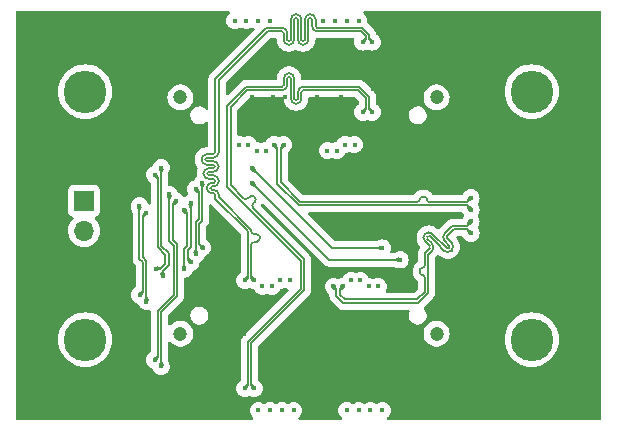
<source format=gbr>
%TF.GenerationSoftware,KiCad,Pcbnew,7.0.2-0*%
%TF.CreationDate,2023-05-03T13:11:08-04:00*%
%TF.ProjectId,szg-c2c-txr4,737a672d-6332-4632-9d74-7872342e6b69,A*%
%TF.SameCoordinates,Original*%
%TF.FileFunction,Copper,L4,Inr*%
%TF.FilePolarity,Positive*%
%FSLAX46Y46*%
G04 Gerber Fmt 4.6, Leading zero omitted, Abs format (unit mm)*
G04 Created by KiCad (PCBNEW 7.0.2-0) date 2023-05-03 13:11:08*
%MOMM*%
%LPD*%
G01*
G04 APERTURE LIST*
%TA.AperFunction,ComponentPad*%
%ADD10C,3.600000*%
%TD*%
%TA.AperFunction,ComponentPad*%
%ADD11C,1.200000*%
%TD*%
%TA.AperFunction,ComponentPad*%
%ADD12R,1.700000X1.700000*%
%TD*%
%TA.AperFunction,ComponentPad*%
%ADD13O,1.700000X1.700000*%
%TD*%
%TA.AperFunction,ViaPad*%
%ADD14C,0.450000*%
%TD*%
%TA.AperFunction,Conductor*%
%ADD15C,0.150000*%
%TD*%
G04 APERTURE END LIST*
D10*
%TO.N,unconnected-(H1-Pad1)*%
%TO.C,H1*%
X133090000Y-99000000D03*
%TD*%
%TO.N,unconnected-(H2-Pad1)*%
%TO.C,H2*%
X170910000Y-99000000D03*
%TD*%
%TO.N,unconnected-(H4-Pad1)*%
%TO.C,H4*%
X170910000Y-120000000D03*
%TD*%
%TO.N,unconnected-(H3-Pad1)*%
%TO.C,H3*%
X133090000Y-120000000D03*
%TD*%
D11*
%TO.N,N/C*%
%TO.C,J1*%
X162845000Y-99500000D03*
X141155000Y-99500000D03*
%TD*%
%TO.N,N/C*%
%TO.C,J2*%
X162845000Y-119500000D03*
X141155000Y-119500000D03*
%TD*%
D12*
%TO.N,+5V*%
%TO.C,J3*%
X133000000Y-108250000D03*
D13*
%TO.N,/J2_5V*%
X133000000Y-110790000D03*
%TD*%
D14*
%TO.N,GND*%
X159500000Y-120000000D03*
X153250000Y-120000000D03*
X147250000Y-99500000D03*
X152500000Y-113250000D03*
X146500000Y-119500000D03*
X154250000Y-126000000D03*
X149250000Y-120000000D03*
X161250000Y-120000000D03*
X159750000Y-99000000D03*
X152750000Y-99500000D03*
X154500000Y-114250000D03*
X161250000Y-99000000D03*
X144750000Y-93000000D03*
X144250000Y-120000000D03*
X157250000Y-93000000D03*
X154750000Y-120000000D03*
X154750000Y-99500000D03*
X150000000Y-99500000D03*
X151750000Y-126000000D03*
X159250000Y-126000000D03*
X142750000Y-120000000D03*
X157500000Y-98750000D03*
X146750000Y-126000000D03*
X142750000Y-99000000D03*
X156750000Y-120000000D03*
X149000000Y-99500000D03*
%TO.N,/J2_RX1+*%
X156400000Y-115000000D03*
X154250000Y-93000000D03*
%TO.N,/J2_RX1-*%
X155600000Y-115000000D03*
X153250000Y-93000000D03*
%TO.N,/J2_RX3+*%
X150400000Y-115000000D03*
X148750000Y-93000000D03*
%TO.N,/J2_RX3-*%
X147750000Y-93000000D03*
X149600000Y-115000000D03*
%TO.N,/J2_RX2+*%
X146750000Y-93000000D03*
X148900000Y-115500000D03*
%TO.N,/J2_RX2-*%
X148100000Y-115500000D03*
X145750000Y-93000000D03*
%TO.N,/J1_RX0+*%
X147750000Y-126000000D03*
X146100000Y-103498408D03*
%TO.N,/J1_RX0-*%
X146900000Y-103498408D03*
X148750000Y-126000000D03*
%TO.N,/J1_RX1+*%
X149750000Y-126000000D03*
X147600000Y-103998408D03*
%TO.N,/J1_RX1-*%
X148400000Y-103998408D03*
X150750000Y-126000000D03*
%TO.N,/J1_RX3+*%
X153600000Y-103998408D03*
X155250000Y-126000000D03*
%TO.N,/J1_RX3-*%
X156250000Y-126000000D03*
X154400000Y-103998408D03*
%TO.N,/J1_RX2+*%
X157250000Y-126000000D03*
X155100000Y-103498408D03*
%TO.N,/J1_RX2-*%
X158250000Y-126000000D03*
X155900000Y-103498408D03*
%TO.N,/J2_REFCLK+*%
X154900000Y-115500000D03*
X165750000Y-110000000D03*
%TO.N,/J2_REFCLK-*%
X154100000Y-115500000D03*
X165750000Y-111000000D03*
%TO.N,/J1_REFCLK-*%
X149900000Y-103498408D03*
X165750000Y-108000000D03*
%TO.N,/J1_REFCLK+*%
X165750000Y-109000000D03*
X149100000Y-103498408D03*
%TO.N,/J2_RX0+*%
X156250000Y-93000000D03*
X157900000Y-115500000D03*
%TO.N,/J2_RX0-*%
X157100000Y-115500000D03*
X155250000Y-93000000D03*
%TO.N,/SCL*%
X147250000Y-106750000D03*
X159750000Y-113250000D03*
%TO.N,/SDA*%
X158250000Y-112250000D03*
X147250000Y-105500000D03*
%TO.N,/S0S1+*%
X138967157Y-106032843D03*
X139078135Y-114015502D03*
%TO.N,/S0S1-*%
X139643821Y-114581188D03*
X139532843Y-105467157D03*
%TO.N,/S2S4+*%
X143013040Y-106707916D03*
X143032843Y-112217157D03*
%TO.N,/S3S5+*%
X137678415Y-108682654D03*
X137717157Y-116217157D03*
%TO.N,/S2S4-*%
X142447354Y-107273602D03*
X142467157Y-112782843D03*
%TO.N,/S3S5-*%
X138282843Y-116782843D03*
X138244101Y-109248340D03*
%TO.N,/S6S8+*%
X142032843Y-108467157D03*
X142032843Y-113467157D03*
%TO.N,/S7S9+*%
X138967157Y-121717157D03*
X140217157Y-107717157D03*
%TO.N,/S6S8-*%
X141467157Y-109032843D03*
X141467157Y-114032843D03*
%TO.N,/S7S9-*%
X139532843Y-122282843D03*
X140782843Y-108282843D03*
%TO.N,/J2_C2P_CLK+*%
X147400000Y-124137046D03*
X156600000Y-100743729D03*
%TO.N,/J1_C2P_CLK+*%
X147400000Y-115000000D03*
X156600000Y-94816240D03*
%TO.N,/J2_C2P_CLK-*%
X146600000Y-124137046D03*
X157400000Y-100743729D03*
%TO.N,/J1_C2P_CLK-*%
X157400000Y-94816240D03*
X146600000Y-115000000D03*
%TD*%
D15*
%TO.N,/J2_REFCLK+*%
X162246136Y-112291730D02*
X161850000Y-112687866D01*
X161187866Y-116600000D02*
X155062134Y-116600000D01*
X161850000Y-112687866D02*
X161850000Y-113714558D01*
X162493626Y-111054291D02*
X163695710Y-112256375D01*
X165750000Y-110000000D02*
X165400001Y-110349999D01*
X161414558Y-114150000D02*
X161414558Y-114314558D01*
X162246136Y-112291729D02*
X162246136Y-112291730D01*
X163518933Y-111655334D02*
X163907842Y-112044243D01*
X163518934Y-111655332D02*
X163518933Y-111655334D01*
X154650001Y-115749999D02*
X154900000Y-115500000D01*
X165400001Y-110349999D02*
X164187867Y-110349999D01*
X161850000Y-114750000D02*
X161850000Y-115937866D01*
X161850000Y-115937866D02*
X161187866Y-116600000D01*
X155062134Y-116600000D02*
X154650001Y-116187867D01*
X154650001Y-116187867D02*
X154650001Y-115749999D01*
X164187867Y-110349999D02*
X163518934Y-111018934D01*
X161857228Y-111690689D02*
X162246136Y-112079597D01*
X161632279Y-113932258D02*
G75*
G03*
X161414558Y-114150000I21J-217742D01*
G01*
X161857238Y-111054301D02*
G75*
G03*
X161857228Y-111690689I318162J-318199D01*
G01*
X163695711Y-112256374D02*
G75*
G03*
X163907841Y-112256374I106065J106065D01*
G01*
X161414621Y-114314558D02*
G75*
G03*
X161632279Y-114532279I217679J-42D01*
G01*
X162493626Y-111054291D02*
G75*
G03*
X161857228Y-111054291I-318199J-318200D01*
G01*
X161850021Y-114750000D02*
G75*
G03*
X161632279Y-114532279I-217721J0D01*
G01*
X161632279Y-113932300D02*
G75*
G03*
X161850000Y-113714558I21J217700D01*
G01*
X162246172Y-112291765D02*
G75*
G03*
X162246135Y-112079598I-106072J106065D01*
G01*
X163518901Y-111018901D02*
G75*
G03*
X163518934Y-111655332I318199J-318199D01*
G01*
X163907833Y-112256366D02*
G75*
G03*
X163907842Y-112044243I-106033J106066D01*
G01*
%TO.N,/J2_REFCLK-*%
X162458269Y-112503862D02*
X162150000Y-112812134D01*
X162882538Y-111867466D02*
X163483578Y-112468506D01*
X154937866Y-116900000D02*
X154349999Y-116312133D01*
X162882534Y-111867465D02*
X162281493Y-111266424D01*
X154349999Y-116312133D02*
X154349999Y-115749999D01*
X162882538Y-111867466D02*
X162882534Y-111867465D01*
X162458268Y-112503863D02*
X162458269Y-112503862D01*
X162150000Y-112812134D02*
X162150000Y-116062134D01*
X163731067Y-111443199D02*
X164119976Y-111832108D01*
X165400001Y-110650001D02*
X164312133Y-110650001D01*
X162069361Y-111478556D02*
X162458269Y-111867464D01*
X161312134Y-116900000D02*
X154937866Y-116900000D01*
X154349999Y-115749999D02*
X154100000Y-115500000D01*
X165750000Y-111000000D02*
X165400001Y-110650001D01*
X162150000Y-116062134D02*
X161312134Y-116900000D01*
X164119975Y-112468507D02*
X164119976Y-112468506D01*
X164312133Y-110650001D02*
X163731067Y-111231067D01*
X164119968Y-112468500D02*
G75*
G03*
X164119976Y-111832108I-318168J318200D01*
G01*
X163731035Y-111231035D02*
G75*
G03*
X163731068Y-111443198I106065J-106065D01*
G01*
X162069372Y-111266435D02*
G75*
G03*
X162069362Y-111478555I106028J-106065D01*
G01*
X162458305Y-112503900D02*
G75*
G03*
X162458269Y-111867464I-318205J318200D01*
G01*
X163483579Y-112468505D02*
G75*
G03*
X164119975Y-112468505I318198J318196D01*
G01*
X162281492Y-111266425D02*
G75*
G03*
X162069362Y-111266425I-106065J-106065D01*
G01*
%TO.N,/J1_REFCLK-*%
X149650001Y-103748407D02*
X149900000Y-103498408D01*
X151312133Y-108349999D02*
X161214558Y-108349999D01*
X151312133Y-108349999D02*
X149650001Y-106687867D01*
X161814558Y-107914557D02*
X161650000Y-107914557D01*
X165400001Y-108349999D02*
X162250000Y-108349999D01*
X165750000Y-108000000D02*
X165400001Y-108349999D01*
X149650001Y-106687867D02*
X149650001Y-103748407D01*
X162032301Y-108132278D02*
G75*
G03*
X162250000Y-108349999I217699J-22D01*
G01*
X162032343Y-108132278D02*
G75*
G03*
X161814558Y-107914557I-217743J-22D01*
G01*
X161650000Y-107914579D02*
G75*
G03*
X161432279Y-108132278I0J-217721D01*
G01*
X161214558Y-108349979D02*
G75*
G03*
X161432279Y-108132278I42J217679D01*
G01*
%TO.N,/J1_REFCLK+*%
X149349999Y-106812133D02*
X149349999Y-103748407D01*
X151187867Y-108650001D02*
X149349999Y-106812133D01*
X149349999Y-103748407D02*
X149100000Y-103498408D01*
X165400001Y-108650001D02*
X151187867Y-108650001D01*
X165750000Y-109000000D02*
X165400001Y-108650001D01*
%TO.N,/SCL*%
X153750000Y-113250000D02*
X159750000Y-113250000D01*
X147250000Y-106750000D02*
X153750000Y-113250000D01*
%TO.N,/SDA*%
X147250000Y-105500000D02*
X154000000Y-112250000D01*
X154000000Y-112250000D02*
X158250000Y-112250000D01*
%TO.N,/S0S1+*%
X139232842Y-106298528D02*
X139232842Y-112194976D01*
X139850000Y-113597190D02*
X139431688Y-114015502D01*
X139232842Y-112194976D02*
X139850000Y-112812134D01*
X139431688Y-114015502D02*
X139078135Y-114015502D01*
X139850000Y-112812134D02*
X139850000Y-113597190D01*
X138967157Y-106032843D02*
X139232842Y-106298528D01*
%TO.N,/S0S1-*%
X139643821Y-114227635D02*
X139643821Y-114581188D01*
X140150000Y-113721456D02*
X139643821Y-114227635D01*
X140150000Y-112687866D02*
X140150000Y-113721456D01*
X139532843Y-112070709D02*
X140150000Y-112687866D01*
X139532843Y-105467157D02*
X139532843Y-112070709D01*
%TO.N,/S2S4+*%
X143013040Y-106707916D02*
X143013040Y-109949094D01*
X142767158Y-110194976D02*
X142767158Y-111951472D01*
X143013040Y-109949094D02*
X142767158Y-110194976D01*
X142767158Y-111951472D02*
X143032843Y-112217157D01*
%TO.N,/S3S5+*%
X137982842Y-115951472D02*
X137717157Y-116217157D01*
X137678415Y-113140549D02*
X137982842Y-113444976D01*
X137678415Y-108682654D02*
X137678415Y-113140549D01*
X137982842Y-113444976D02*
X137982842Y-115951472D01*
%TO.N,/S2S4-*%
X142713039Y-107539287D02*
X142713039Y-109824827D01*
X142447354Y-107273602D02*
X142713039Y-107539287D01*
X142467157Y-110070709D02*
X142467157Y-112782843D01*
X142713039Y-109824827D02*
X142467157Y-110070709D01*
%TO.N,/S3S5-*%
X137978416Y-109514025D02*
X137978416Y-113016282D01*
X138244101Y-109248340D02*
X137978416Y-109514025D01*
X138282843Y-113320709D02*
X138282843Y-116782843D01*
X137978416Y-113016282D02*
X138282843Y-113320709D01*
%TO.N,/S6S8+*%
X141767158Y-112444976D02*
X142032843Y-112179291D01*
X142032843Y-113467157D02*
X141767158Y-113201472D01*
X142032843Y-112179291D02*
X142032843Y-108467157D01*
X141767158Y-113201472D02*
X141767158Y-112444976D01*
%TO.N,/S7S9+*%
X140600000Y-116187867D02*
X139232842Y-117555025D01*
X140600000Y-112062134D02*
X140600000Y-116187867D01*
X139232842Y-117555025D02*
X139232842Y-121451472D01*
X140217157Y-111679291D02*
X140600000Y-112062134D01*
X140217157Y-107717157D02*
X140217157Y-111679291D01*
X139232842Y-121451472D02*
X138967157Y-121717157D01*
%TO.N,/S6S8-*%
X141732842Y-112055024D02*
X141732842Y-109298528D01*
X141467157Y-114032843D02*
X141467157Y-112320709D01*
X141732842Y-109298528D02*
X141467157Y-109032843D01*
X141467157Y-112320709D02*
X141732842Y-112055024D01*
%TO.N,/S7S9-*%
X140900000Y-116312133D02*
X139532843Y-117679290D01*
X139532843Y-117679290D02*
X139532843Y-122282843D01*
X140782843Y-108282843D02*
X140517158Y-108548528D01*
X140900000Y-111937866D02*
X140900000Y-116312133D01*
X140517158Y-111555024D02*
X140900000Y-111937866D01*
X140517158Y-108548528D02*
X140517158Y-111555024D01*
%TO.N,/J2_C2P_CLK+*%
X147150001Y-123887047D02*
X147150001Y-120312133D01*
X156849999Y-99562133D02*
X156849999Y-100493730D01*
X146812134Y-98900000D02*
X149750000Y-98900000D01*
X156187866Y-98900000D02*
X156849999Y-99562133D01*
X151550000Y-98900000D02*
X156187866Y-98900000D01*
X146905331Y-108018933D02*
X146905332Y-108018932D01*
X146481067Y-108018933D02*
X145400000Y-106937866D01*
X147014655Y-107909610D02*
X146905331Y-108018933D01*
X151650000Y-115812134D02*
X151650000Y-113187866D01*
X150200000Y-98450000D02*
X150200000Y-97900000D01*
X145400000Y-106937866D02*
X145400000Y-100312134D01*
X156849999Y-100493730D02*
X156600000Y-100743729D01*
X147329594Y-108443196D02*
X147438919Y-108333874D01*
X147150001Y-120312133D02*
X151650000Y-115812134D01*
X147438919Y-108333874D02*
X147438918Y-108333875D01*
X150500000Y-97900000D02*
X150500000Y-99600000D01*
X145400000Y-100312134D02*
X146812134Y-98900000D01*
X151650000Y-113187866D02*
X147329594Y-108867460D01*
X151400000Y-99600000D02*
X151400000Y-99050000D01*
X147400000Y-124137046D02*
X147150001Y-123887047D01*
X147438918Y-107909611D02*
G75*
G03*
X147014656Y-107909611I-212131J-212131D01*
G01*
X147329566Y-108443168D02*
G75*
G03*
X147329594Y-108867460I212134J-212132D01*
G01*
X150350000Y-97750000D02*
G75*
G03*
X150200000Y-97900000I0J-150000D01*
G01*
X146481069Y-108018931D02*
G75*
G03*
X146905331Y-108018931I212131J212131D01*
G01*
X147438876Y-108333833D02*
G75*
G03*
X147438919Y-107909610I-212076J212133D01*
G01*
X150500000Y-97900000D02*
G75*
G03*
X150350000Y-97750000I-150000J0D01*
G01*
X150950000Y-100050000D02*
G75*
G03*
X151400000Y-99600000I0J450000D01*
G01*
X151550000Y-98900000D02*
G75*
G03*
X151400000Y-99050000I0J-150000D01*
G01*
X150500000Y-99600000D02*
G75*
G03*
X150950000Y-100050000I450000J0D01*
G01*
X149750000Y-98900000D02*
G75*
G03*
X150200000Y-98450000I0J450000D01*
G01*
%TO.N,/J1_C2P_CLK+*%
X147150001Y-110800000D02*
X147150001Y-110687867D01*
X152300000Y-92900000D02*
X152300000Y-93450000D01*
X151100000Y-92900000D02*
X151100000Y-94600000D01*
X156437866Y-93900000D02*
X156850000Y-94312134D01*
X143400000Y-104600000D02*
X143950000Y-104600000D01*
X147400000Y-115000000D02*
X147150001Y-114750001D01*
X144400000Y-104150000D02*
X144400000Y-98062134D01*
X144400000Y-98062134D02*
X148562134Y-93900000D01*
X143975000Y-107325000D02*
X143825000Y-107325000D01*
X143950000Y-106100000D02*
X143550000Y-106100000D01*
X147150001Y-114750001D02*
X147150001Y-112000000D01*
X144400000Y-107937866D02*
X144400000Y-107750000D01*
X144400000Y-106600000D02*
X144400000Y-106550000D01*
X152750000Y-93900000D02*
X156437866Y-93900000D01*
X156850000Y-94566240D02*
X156600000Y-94816240D01*
X156850000Y-94312134D02*
X156850000Y-94566240D01*
X148562134Y-93900000D02*
X149750000Y-93900000D01*
X147150001Y-110687867D02*
X144400000Y-107937866D01*
X150800000Y-94600000D02*
X150800000Y-92900000D01*
X149900000Y-94050000D02*
X149900000Y-94600000D01*
X147450001Y-111700000D02*
X147604582Y-111700000D01*
X152000000Y-94600000D02*
X152000000Y-92900000D01*
X143700000Y-107200000D02*
X143700000Y-107150000D01*
X143825000Y-107025000D02*
X143975000Y-107025000D01*
X143550000Y-105800000D02*
X143950000Y-105800000D01*
X147604582Y-111100000D02*
X147450001Y-111100000D01*
X143950000Y-104900000D02*
X143400000Y-104900000D01*
X151550000Y-95050000D02*
G75*
G03*
X152000000Y-94600000I0J450000D01*
G01*
X147904600Y-111400000D02*
G75*
G03*
X147604582Y-111100000I-300000J0D01*
G01*
X152300000Y-92900000D02*
G75*
G03*
X152150000Y-92750000I-150000J0D01*
G01*
X151100000Y-92900000D02*
G75*
G03*
X150950000Y-92750000I-150000J0D01*
G01*
X151100000Y-94600000D02*
G75*
G03*
X151550000Y-95050000I450000J0D01*
G01*
X150950000Y-92750000D02*
G75*
G03*
X150800000Y-92900000I0J-150000D01*
G01*
X147450001Y-111700001D02*
G75*
G03*
X147150001Y-112000000I-1J-299999D01*
G01*
X147604582Y-111699982D02*
G75*
G03*
X147904582Y-111400000I18J299982D01*
G01*
X143550000Y-105800000D02*
G75*
G03*
X143400000Y-105950000I0J-150000D01*
G01*
X143975000Y-107025000D02*
G75*
G03*
X144400000Y-106600000I0J425000D01*
G01*
X143700000Y-107200000D02*
G75*
G03*
X143825000Y-107325000I125000J0D01*
G01*
X143400000Y-105950000D02*
G75*
G03*
X143550000Y-106100000I150000J0D01*
G01*
X147150000Y-110800000D02*
G75*
G03*
X147450001Y-111100000I300000J0D01*
G01*
X144400000Y-106550000D02*
G75*
G03*
X143950000Y-106100000I-450000J0D01*
G01*
X144400000Y-107750000D02*
G75*
G03*
X143975000Y-107325000I-425000J0D01*
G01*
X152150000Y-92750000D02*
G75*
G03*
X152000000Y-92900000I0J-150000D01*
G01*
X149900000Y-94050000D02*
G75*
G03*
X149750000Y-93900000I-150000J0D01*
G01*
X143825000Y-107025000D02*
G75*
G03*
X143700000Y-107150000I0J-125000D01*
G01*
X152300000Y-93450000D02*
G75*
G03*
X152750000Y-93900000I450000J0D01*
G01*
X144400000Y-105350000D02*
G75*
G03*
X143950000Y-104900000I-450000J0D01*
G01*
X149900000Y-94600000D02*
G75*
G03*
X150350000Y-95050000I450000J0D01*
G01*
X143250000Y-104750000D02*
G75*
G03*
X143400000Y-104900000I150000J0D01*
G01*
X143950000Y-104600000D02*
G75*
G03*
X144400000Y-104150000I0J450000D01*
G01*
X143400000Y-104600000D02*
G75*
G03*
X143250000Y-104750000I0J-150000D01*
G01*
X143950000Y-105800000D02*
G75*
G03*
X144400000Y-105350000I0J450000D01*
G01*
X150350000Y-95050000D02*
G75*
G03*
X150800000Y-94600000I0J450000D01*
G01*
%TO.N,/J2_C2P_CLK-*%
X146849999Y-123887047D02*
X146849999Y-120187867D01*
X146849999Y-120187867D02*
X151350000Y-115687866D01*
X151100000Y-99600000D02*
X151100000Y-99050000D01*
X151350000Y-113312134D02*
X145100000Y-107062134D01*
X150800000Y-97900000D02*
X150800000Y-99600000D01*
X157150001Y-99437867D02*
X157150001Y-100493730D01*
X146687866Y-98600000D02*
X149750000Y-98600000D01*
X149900000Y-98450000D02*
X149900000Y-97900000D01*
X146600000Y-124137046D02*
X146849999Y-123887047D01*
X156312134Y-98600000D02*
X157150001Y-99437867D01*
X151350000Y-115687866D02*
X151350000Y-113312134D01*
X151550000Y-98600000D02*
X156312134Y-98600000D01*
X157150001Y-100493730D02*
X157400000Y-100743729D01*
X145100000Y-100187866D02*
X146687866Y-98600000D01*
X145100000Y-107062134D02*
X145100000Y-100187866D01*
X149750000Y-98600000D02*
G75*
G03*
X149900000Y-98450000I0J150000D01*
G01*
X150800000Y-99600000D02*
G75*
G03*
X150950000Y-99750000I150000J0D01*
G01*
X150350000Y-97450000D02*
G75*
G03*
X149900000Y-97900000I0J-450000D01*
G01*
X151550000Y-98600000D02*
G75*
G03*
X151100000Y-99050000I0J-450000D01*
G01*
X150950000Y-99750000D02*
G75*
G03*
X151100000Y-99600000I0J150000D01*
G01*
X150800000Y-97900000D02*
G75*
G03*
X150350000Y-97450000I-450000J0D01*
G01*
%TO.N,/J1_C2P_CLK-*%
X152600000Y-92900000D02*
X152600000Y-93450000D01*
X146849999Y-110812133D02*
X144100000Y-108062134D01*
X143825000Y-106725000D02*
X143975000Y-106725000D01*
X152750000Y-93600000D02*
X156562134Y-93600000D01*
X143950000Y-106400000D02*
X143550000Y-106400000D01*
X144100000Y-97937866D02*
X148437866Y-93600000D01*
X146600000Y-115000000D02*
X146849999Y-114750001D01*
X148437866Y-93600000D02*
X149750000Y-93600000D01*
X143400000Y-107200000D02*
X143400000Y-107150000D01*
X143950000Y-105200000D02*
X143400000Y-105200000D01*
X144100000Y-104150000D02*
X144100000Y-97937866D01*
X151400000Y-92900000D02*
X151400000Y-94600000D01*
X157150000Y-94566240D02*
X157400000Y-94816240D01*
X150200000Y-94050000D02*
X150200000Y-94600000D01*
X157150000Y-94187866D02*
X157150000Y-94566240D01*
X143400000Y-104300000D02*
X143950000Y-104300000D01*
X144100000Y-108062134D02*
X144100000Y-107750000D01*
X143975000Y-107625000D02*
X143825000Y-107625000D01*
X150500000Y-94600000D02*
X150500000Y-92900000D01*
X156562134Y-93600000D02*
X157150000Y-94187866D01*
X151700000Y-94600000D02*
X151700000Y-92900000D01*
X146849999Y-114750001D02*
X146849999Y-110812133D01*
X144100000Y-106600000D02*
X144100000Y-106550000D01*
X143550000Y-105500000D02*
X143950000Y-105500000D01*
X150350000Y-94750000D02*
G75*
G03*
X150500000Y-94600000I0J150000D01*
G01*
X151550000Y-94750000D02*
G75*
G03*
X151700000Y-94600000I0J150000D01*
G01*
X143950000Y-104300000D02*
G75*
G03*
X144100000Y-104150000I0J150000D01*
G01*
X142950000Y-104750000D02*
G75*
G03*
X143400000Y-105200000I450000J0D01*
G01*
X150200000Y-94600000D02*
G75*
G03*
X150350000Y-94750000I150000J0D01*
G01*
X143400000Y-104300000D02*
G75*
G03*
X142950000Y-104750000I0J-450000D01*
G01*
X143975000Y-106725000D02*
G75*
G03*
X144100000Y-106600000I0J125000D01*
G01*
X144100000Y-106550000D02*
G75*
G03*
X143950000Y-106400000I-150000J0D01*
G01*
X144100000Y-107750000D02*
G75*
G03*
X143975000Y-107625000I-125000J0D01*
G01*
X151400000Y-94600000D02*
G75*
G03*
X151550000Y-94750000I150000J0D01*
G01*
X150200000Y-94050000D02*
G75*
G03*
X149750000Y-93600000I-450000J0D01*
G01*
X143950000Y-105500000D02*
G75*
G03*
X144100000Y-105350000I0J150000D01*
G01*
X150950000Y-92450000D02*
G75*
G03*
X150500000Y-92900000I0J-450000D01*
G01*
X144100000Y-105350000D02*
G75*
G03*
X143950000Y-105200000I-150000J0D01*
G01*
X143100000Y-105950000D02*
G75*
G03*
X143550000Y-106400000I450000J0D01*
G01*
X152150000Y-92450000D02*
G75*
G03*
X151700000Y-92900000I0J-450000D01*
G01*
X152600000Y-93450000D02*
G75*
G03*
X152750000Y-93600000I150000J0D01*
G01*
X151400000Y-92900000D02*
G75*
G03*
X150950000Y-92450000I-450000J0D01*
G01*
X152600000Y-92900000D02*
G75*
G03*
X152150000Y-92450000I-450000J0D01*
G01*
X143400000Y-107200000D02*
G75*
G03*
X143825000Y-107625000I425000J0D01*
G01*
X143825000Y-106725000D02*
G75*
G03*
X143400000Y-107150000I0J-425000D01*
G01*
X143550000Y-105500000D02*
G75*
G03*
X143100000Y-105950000I0J-450000D01*
G01*
%TD*%
%TA.AperFunction,Conductor*%
%TO.N,GND*%
G36*
X145295383Y-92220185D02*
G01*
X145341138Y-92272989D01*
X145351082Y-92342147D01*
X145322057Y-92405703D01*
X145295568Y-92428419D01*
X145179193Y-92544794D01*
X145092209Y-92683227D01*
X145038213Y-92837538D01*
X145019908Y-93000000D01*
X145038213Y-93162461D01*
X145092209Y-93316772D01*
X145092211Y-93316775D01*
X145179192Y-93455204D01*
X145294796Y-93570808D01*
X145433225Y-93657789D01*
X145433227Y-93657790D01*
X145587538Y-93711786D01*
X145749999Y-93730091D01*
X145749999Y-93730090D01*
X145750000Y-93730091D01*
X145912461Y-93711786D01*
X146066775Y-93657789D01*
X146184030Y-93584112D01*
X146251264Y-93565113D01*
X146315969Y-93584112D01*
X146433225Y-93657789D01*
X146433227Y-93657790D01*
X146587538Y-93711786D01*
X146749999Y-93730091D01*
X146749999Y-93730090D01*
X146750000Y-93730091D01*
X146912461Y-93711786D01*
X147066775Y-93657789D01*
X147184030Y-93584112D01*
X147251264Y-93565113D01*
X147315971Y-93584113D01*
X147355624Y-93609029D01*
X147383228Y-93626374D01*
X147429519Y-93678709D01*
X147440166Y-93747762D01*
X147411791Y-93811611D01*
X147404936Y-93819048D01*
X143725477Y-97498507D01*
X143713285Y-97509200D01*
X143689549Y-97527413D01*
X143666391Y-97557594D01*
X143666388Y-97557598D01*
X143608095Y-97633567D01*
X143597301Y-97647633D01*
X143539313Y-97787630D01*
X143524500Y-97900146D01*
X143524500Y-97900152D01*
X143519534Y-97937865D01*
X143523439Y-97967519D01*
X143524500Y-97983705D01*
X143524500Y-100412812D01*
X143504815Y-100479851D01*
X143452011Y-100525606D01*
X143382853Y-100535550D01*
X143320794Y-100507801D01*
X143180748Y-100390287D01*
X143021873Y-100310497D01*
X142848892Y-100269500D01*
X142848890Y-100269500D01*
X142715708Y-100269500D01*
X142712142Y-100269916D01*
X142712138Y-100269917D01*
X142583420Y-100284962D01*
X142416366Y-100345765D01*
X142267830Y-100443458D01*
X142145833Y-100572768D01*
X142056943Y-100726730D01*
X142005955Y-100897043D01*
X141995617Y-101074519D01*
X142011212Y-101162958D01*
X142026489Y-101249599D01*
X142087345Y-101390678D01*
X142096904Y-101412838D01*
X142203067Y-101555439D01*
X142339251Y-101669712D01*
X142339252Y-101669712D01*
X142339254Y-101669714D01*
X142498123Y-101749501D01*
X142498124Y-101749501D01*
X142498126Y-101749502D01*
X142671108Y-101790500D01*
X142671110Y-101790500D01*
X142800694Y-101790500D01*
X142804292Y-101790500D01*
X142936577Y-101775038D01*
X143103635Y-101714234D01*
X143252168Y-101616543D01*
X143310306Y-101554919D01*
X143370629Y-101519666D01*
X143440436Y-101522621D01*
X143497564Y-101562848D01*
X143523874Y-101627574D01*
X143524500Y-101640014D01*
X143524500Y-103600500D01*
X143504815Y-103667539D01*
X143452011Y-103713294D01*
X143400500Y-103724500D01*
X143310280Y-103724500D01*
X143133566Y-103755660D01*
X142964949Y-103817030D01*
X142809551Y-103906750D01*
X142672092Y-104022092D01*
X142556750Y-104159551D01*
X142467030Y-104314949D01*
X142405660Y-104483566D01*
X142374500Y-104660279D01*
X142374500Y-104839720D01*
X142405660Y-105016433D01*
X142467030Y-105185050D01*
X142556750Y-105340448D01*
X142597074Y-105388505D01*
X142625087Y-105452513D01*
X142618606Y-105510619D01*
X142555660Y-105683564D01*
X142524500Y-105860279D01*
X142524500Y-106039723D01*
X142532885Y-106087279D01*
X142525141Y-106156718D01*
X142498452Y-106196490D01*
X142442231Y-106252711D01*
X142355249Y-106391143D01*
X142316735Y-106501211D01*
X142276014Y-106557987D01*
X142240649Y-106577297D01*
X142130581Y-106615811D01*
X141992148Y-106702795D01*
X141876547Y-106818396D01*
X141789563Y-106956829D01*
X141735567Y-107111140D01*
X141717262Y-107273602D01*
X141735567Y-107436063D01*
X141789564Y-107590377D01*
X141806392Y-107617158D01*
X141825392Y-107684394D01*
X141805024Y-107751229D01*
X141751756Y-107796443D01*
X141742353Y-107800170D01*
X141716070Y-107809366D01*
X141577634Y-107896352D01*
X141576541Y-107897446D01*
X141571606Y-107900140D01*
X141565809Y-107903783D01*
X141565585Y-107903427D01*
X141515217Y-107930928D01*
X141445525Y-107925941D01*
X141389594Y-107884067D01*
X141383876Y-107875742D01*
X141353651Y-107827639D01*
X141238047Y-107712035D01*
X141099618Y-107625054D01*
X141099617Y-107625053D01*
X141099616Y-107625053D01*
X140989546Y-107586537D01*
X140932771Y-107545815D01*
X140913461Y-107510453D01*
X140874946Y-107400382D01*
X140787965Y-107261953D01*
X140672361Y-107146349D01*
X140533932Y-107059368D01*
X140533929Y-107059366D01*
X140379618Y-107005370D01*
X140218459Y-106987212D01*
X140154045Y-106960145D01*
X140114490Y-106902550D01*
X140108343Y-106863992D01*
X140108343Y-106042182D01*
X140115865Y-105999651D01*
X140132094Y-105955205D01*
X140211722Y-105737130D01*
X140224552Y-105696837D01*
X140224813Y-105694729D01*
X140230825Y-105669064D01*
X140244629Y-105629618D01*
X140262934Y-105467157D01*
X140254072Y-105388505D01*
X140244629Y-105304695D01*
X140190633Y-105150384D01*
X140190632Y-105150382D01*
X140103651Y-105011953D01*
X139988047Y-104896349D01*
X139882320Y-104829916D01*
X139849615Y-104809366D01*
X139695304Y-104755370D01*
X139532843Y-104737065D01*
X139370381Y-104755370D01*
X139216070Y-104809366D01*
X139077637Y-104896350D01*
X138962036Y-105011951D01*
X138875052Y-105150384D01*
X138836538Y-105260452D01*
X138795817Y-105317228D01*
X138760452Y-105336538D01*
X138650384Y-105375052D01*
X138511951Y-105462036D01*
X138396350Y-105577637D01*
X138309366Y-105716070D01*
X138255370Y-105870381D01*
X138237065Y-106032843D01*
X138255370Y-106195304D01*
X138309366Y-106349615D01*
X138309368Y-106349618D01*
X138396349Y-106488047D01*
X138511953Y-106603651D01*
X138599315Y-106658544D01*
X138645605Y-106710878D01*
X138657342Y-106763537D01*
X138657342Y-108449544D01*
X138637657Y-108516583D01*
X138584853Y-108562338D01*
X138515695Y-108572282D01*
X138492385Y-108566585D01*
X138490633Y-108565972D01*
X138480248Y-108562338D01*
X138450803Y-108552034D01*
X138394028Y-108511311D01*
X138374719Y-108475950D01*
X138336204Y-108365879D01*
X138249223Y-108227450D01*
X138133619Y-108111846D01*
X137995190Y-108024865D01*
X137995187Y-108024863D01*
X137840876Y-107970867D01*
X137678415Y-107952562D01*
X137515953Y-107970867D01*
X137361642Y-108024863D01*
X137223209Y-108111847D01*
X137107608Y-108227448D01*
X137020624Y-108365881D01*
X136966628Y-108520192D01*
X136948323Y-108682654D01*
X136966628Y-108845114D01*
X136989782Y-108911285D01*
X136994085Y-108926715D01*
X136999534Y-108952625D01*
X137070828Y-109147873D01*
X137092594Y-109207484D01*
X137095393Y-109215148D01*
X137102915Y-109257679D01*
X137102915Y-113094709D01*
X137101854Y-113110894D01*
X137097949Y-113140548D01*
X137102915Y-113178263D01*
X137102915Y-113178269D01*
X137117728Y-113290785D01*
X137158909Y-113390206D01*
X137175716Y-113430781D01*
X137244803Y-113520817D01*
X137244806Y-113520820D01*
X137267964Y-113551001D01*
X137291701Y-113569215D01*
X137303895Y-113579909D01*
X137371023Y-113647037D01*
X137404508Y-113708360D01*
X137407342Y-113734718D01*
X137407342Y-115486462D01*
X137387657Y-115553501D01*
X137349315Y-115591455D01*
X137261952Y-115646349D01*
X137146350Y-115761951D01*
X137059366Y-115900384D01*
X137005370Y-116054695D01*
X136987065Y-116217156D01*
X137005370Y-116379618D01*
X137059366Y-116533929D01*
X137059368Y-116533932D01*
X137146349Y-116672361D01*
X137261953Y-116787965D01*
X137400382Y-116874946D01*
X137510451Y-116913461D01*
X137567227Y-116954182D01*
X137586537Y-116989546D01*
X137625053Y-117099616D01*
X137625054Y-117099618D01*
X137712035Y-117238047D01*
X137827639Y-117353651D01*
X137966068Y-117440632D01*
X137966070Y-117440633D01*
X138120381Y-117494629D01*
X138282842Y-117512934D01*
X138282842Y-117512933D01*
X138282843Y-117512934D01*
X138445304Y-117494629D01*
X138491673Y-117478404D01*
X138561452Y-117474842D01*
X138622079Y-117509570D01*
X138654307Y-117571564D01*
X138655565Y-117579247D01*
X138656279Y-117584666D01*
X138657342Y-117600864D01*
X138657342Y-120986462D01*
X138637657Y-121053501D01*
X138599315Y-121091455D01*
X138511952Y-121146349D01*
X138396350Y-121261951D01*
X138309366Y-121400384D01*
X138255370Y-121554695D01*
X138237065Y-121717156D01*
X138255370Y-121879618D01*
X138309366Y-122033929D01*
X138309368Y-122033932D01*
X138396349Y-122172361D01*
X138511953Y-122287965D01*
X138650382Y-122374946D01*
X138760451Y-122413461D01*
X138817227Y-122454182D01*
X138836537Y-122489546D01*
X138875053Y-122599615D01*
X138875054Y-122599618D01*
X138962035Y-122738047D01*
X139077639Y-122853651D01*
X139216068Y-122940632D01*
X139216070Y-122940633D01*
X139370381Y-122994629D01*
X139532842Y-123012934D01*
X139532842Y-123012933D01*
X139532843Y-123012934D01*
X139695304Y-122994629D01*
X139849618Y-122940632D01*
X139988047Y-122853651D01*
X140103651Y-122738047D01*
X140190632Y-122599618D01*
X140244629Y-122445304D01*
X140262934Y-122282843D01*
X140244629Y-122120382D01*
X140221471Y-122054202D01*
X140217172Y-122038782D01*
X140211723Y-122012872D01*
X140206424Y-121998361D01*
X140115865Y-121750347D01*
X140108343Y-121707816D01*
X140108343Y-120310117D01*
X140128028Y-120243078D01*
X140180832Y-120197323D01*
X140249990Y-120187379D01*
X140313546Y-120216404D01*
X140331295Y-120235388D01*
X140337102Y-120243078D01*
X140338238Y-120244581D01*
X140488958Y-120381981D01*
X140662361Y-120489347D01*
X140662363Y-120489348D01*
X140852544Y-120563024D01*
X141053024Y-120600500D01*
X141053026Y-120600500D01*
X141256974Y-120600500D01*
X141256976Y-120600500D01*
X141457456Y-120563024D01*
X141647637Y-120489348D01*
X141821041Y-120381981D01*
X141971764Y-120244579D01*
X142094673Y-120081821D01*
X142094673Y-120081819D01*
X142094675Y-120081818D01*
X142140313Y-119990161D01*
X142185582Y-119899250D01*
X142241397Y-119703083D01*
X142260215Y-119500000D01*
X142241397Y-119296917D01*
X142185582Y-119100750D01*
X142185209Y-119100001D01*
X142094675Y-118918181D01*
X141971763Y-118755419D01*
X141821041Y-118618018D01*
X141647638Y-118510652D01*
X141457457Y-118436976D01*
X141390629Y-118424483D01*
X141256976Y-118399500D01*
X141053024Y-118399500D01*
X140952783Y-118418238D01*
X140852542Y-118436976D01*
X140662361Y-118510652D01*
X140488958Y-118618018D01*
X140338235Y-118755421D01*
X140331296Y-118764610D01*
X140275186Y-118806245D01*
X140205474Y-118810936D01*
X140144293Y-118777193D01*
X140111067Y-118715729D01*
X140108343Y-118689882D01*
X140108343Y-118014519D01*
X141995617Y-118014519D01*
X142011212Y-118102958D01*
X142026489Y-118189599D01*
X142062581Y-118273269D01*
X142096904Y-118352838D01*
X142203067Y-118495439D01*
X142339251Y-118609712D01*
X142339252Y-118609712D01*
X142339254Y-118609714D01*
X142498123Y-118689501D01*
X142498124Y-118689501D01*
X142498126Y-118689502D01*
X142671108Y-118730500D01*
X142671110Y-118730500D01*
X142800694Y-118730500D01*
X142804292Y-118730500D01*
X142936577Y-118715038D01*
X143103635Y-118654234D01*
X143252168Y-118556543D01*
X143374167Y-118427231D01*
X143463057Y-118273269D01*
X143514045Y-118102958D01*
X143524382Y-117925480D01*
X143493511Y-117750401D01*
X143423096Y-117587162D01*
X143316933Y-117444561D01*
X143267043Y-117402698D01*
X143180748Y-117330287D01*
X143021873Y-117250497D01*
X142848892Y-117209500D01*
X142848890Y-117209500D01*
X142715708Y-117209500D01*
X142712142Y-117209916D01*
X142712138Y-117209917D01*
X142583420Y-117224962D01*
X142416366Y-117285765D01*
X142267830Y-117383458D01*
X142145833Y-117512768D01*
X142056943Y-117666730D01*
X142042469Y-117715078D01*
X142025330Y-117772327D01*
X142005955Y-117837043D01*
X141995617Y-118014519D01*
X140108343Y-118014519D01*
X140108343Y-117969031D01*
X140128028Y-117901992D01*
X140144657Y-117881354D01*
X141274528Y-116751483D01*
X141286706Y-116740803D01*
X141310451Y-116722584D01*
X141321110Y-116708693D01*
X141333610Y-116692401D01*
X141333612Y-116692401D01*
X141402698Y-116602366D01*
X141415024Y-116572609D01*
X141460687Y-116462369D01*
X141475500Y-116349853D01*
X141475500Y-116349847D01*
X141480465Y-116312133D01*
X141476560Y-116282477D01*
X141475500Y-116266293D01*
X141475500Y-114872806D01*
X141495185Y-114805767D01*
X141547989Y-114760012D01*
X141585611Y-114749587D01*
X141629618Y-114744629D01*
X141783932Y-114690632D01*
X141922361Y-114603651D01*
X142037965Y-114488047D01*
X142124946Y-114349618D01*
X142163462Y-114239544D01*
X142204182Y-114182772D01*
X142239541Y-114163463D01*
X142349618Y-114124946D01*
X142488047Y-114037965D01*
X142603651Y-113922361D01*
X142690632Y-113783932D01*
X142744629Y-113629618D01*
X142757864Y-113512148D01*
X142784932Y-113447734D01*
X142815106Y-113421043D01*
X142922361Y-113353651D01*
X143037965Y-113238047D01*
X143124946Y-113099618D01*
X143163462Y-112989544D01*
X143204182Y-112932772D01*
X143239541Y-112913463D01*
X143349618Y-112874946D01*
X143488047Y-112787965D01*
X143603651Y-112672361D01*
X143690632Y-112533932D01*
X143744629Y-112379618D01*
X143762934Y-112217157D01*
X143756047Y-112156035D01*
X143744629Y-112054695D01*
X143690633Y-111900384D01*
X143690632Y-111900382D01*
X143603651Y-111761953D01*
X143488047Y-111646349D01*
X143470923Y-111635589D01*
X143400685Y-111591455D01*
X143354394Y-111539120D01*
X143342658Y-111486462D01*
X143342658Y-110484717D01*
X143362343Y-110417678D01*
X143378972Y-110397041D01*
X143387564Y-110388449D01*
X143399746Y-110377764D01*
X143423491Y-110359545D01*
X143436132Y-110343071D01*
X143437175Y-110341712D01*
X143448974Y-110326336D01*
X143515739Y-110239326D01*
X143557447Y-110138633D01*
X143573727Y-110099330D01*
X143588540Y-109986814D01*
X143593506Y-109949094D01*
X143589601Y-109919431D01*
X143588540Y-109903246D01*
X143588540Y-108663916D01*
X143608225Y-108596877D01*
X143661029Y-108551122D01*
X143730187Y-108541178D01*
X143793743Y-108570203D01*
X143800221Y-108576235D01*
X146238180Y-111014194D01*
X146271665Y-111075517D01*
X146274499Y-111101875D01*
X146274499Y-114279161D01*
X146254814Y-114346200D01*
X146216472Y-114384154D01*
X146144795Y-114429192D01*
X146029193Y-114544794D01*
X145942209Y-114683227D01*
X145888213Y-114837538D01*
X145869908Y-115000000D01*
X145888213Y-115162461D01*
X145942209Y-115316772D01*
X145942211Y-115316775D01*
X146029192Y-115455204D01*
X146144796Y-115570808D01*
X146283225Y-115657789D01*
X146283227Y-115657790D01*
X146437538Y-115711786D01*
X146600000Y-115730091D01*
X146762461Y-115711786D01*
X146916775Y-115657789D01*
X146934027Y-115646948D01*
X147001262Y-115627947D01*
X147065972Y-115646948D01*
X147083224Y-115657789D01*
X147083225Y-115657789D01*
X147237538Y-115711786D01*
X147334942Y-115722761D01*
X147399356Y-115749828D01*
X147438099Y-115805024D01*
X147442210Y-115816774D01*
X147462996Y-115849854D01*
X147529192Y-115955204D01*
X147644796Y-116070808D01*
X147774499Y-116152306D01*
X147783227Y-116157790D01*
X147937538Y-116211786D01*
X148100000Y-116230091D01*
X148262461Y-116211786D01*
X148416775Y-116157789D01*
X148434027Y-116146948D01*
X148501262Y-116127947D01*
X148565972Y-116146948D01*
X148574499Y-116152306D01*
X148583225Y-116157789D01*
X148737538Y-116211786D01*
X148900000Y-116230091D01*
X149062461Y-116211786D01*
X149216775Y-116157789D01*
X149355204Y-116070808D01*
X149470808Y-115955204D01*
X149557789Y-115816775D01*
X149561899Y-115805027D01*
X149602619Y-115748252D01*
X149665057Y-115722761D01*
X149762461Y-115711786D01*
X149797612Y-115699486D01*
X149916775Y-115657789D01*
X149934027Y-115646948D01*
X150001262Y-115627947D01*
X150065972Y-115646948D01*
X150083224Y-115657789D01*
X150083225Y-115657789D01*
X150250727Y-115716401D01*
X150249597Y-115719628D01*
X150292917Y-115737824D01*
X150332480Y-115795414D01*
X150334628Y-115865250D01*
X150302314Y-115921670D01*
X146475476Y-119748508D01*
X146463284Y-119759201D01*
X146439548Y-119777414D01*
X146416390Y-119807595D01*
X146416387Y-119807599D01*
X146379001Y-119856322D01*
X146347301Y-119897633D01*
X146289312Y-120037631D01*
X146274499Y-120150147D01*
X146274499Y-120150153D01*
X146269533Y-120187866D01*
X146273438Y-120217520D01*
X146274499Y-120233706D01*
X146274499Y-123416207D01*
X146254814Y-123483246D01*
X146216472Y-123521200D01*
X146144795Y-123566238D01*
X146029193Y-123681840D01*
X145942209Y-123820273D01*
X145888213Y-123974584D01*
X145869908Y-124137046D01*
X145888213Y-124299507D01*
X145942209Y-124453818D01*
X145942211Y-124453821D01*
X146029192Y-124592250D01*
X146144796Y-124707854D01*
X146283225Y-124794835D01*
X146283227Y-124794836D01*
X146437538Y-124848832D01*
X146600000Y-124867137D01*
X146762461Y-124848832D01*
X146916775Y-124794835D01*
X146934027Y-124783994D01*
X147001262Y-124764993D01*
X147065972Y-124783994D01*
X147083225Y-124794834D01*
X147083225Y-124794835D01*
X147237538Y-124848832D01*
X147400000Y-124867137D01*
X147562461Y-124848832D01*
X147716775Y-124794835D01*
X147855204Y-124707854D01*
X147970808Y-124592250D01*
X148057789Y-124453821D01*
X148111786Y-124299507D01*
X148130091Y-124137046D01*
X148111786Y-123974585D01*
X148057789Y-123820271D01*
X147970808Y-123681842D01*
X147855204Y-123566238D01*
X147855203Y-123566237D01*
X147783528Y-123521200D01*
X147737237Y-123468865D01*
X147725501Y-123416207D01*
X147725501Y-120601873D01*
X147745186Y-120534834D01*
X147761815Y-120514197D01*
X148776013Y-119499999D01*
X161739785Y-119499999D01*
X161758602Y-119703083D01*
X161814418Y-119899251D01*
X161905324Y-120081818D01*
X162028236Y-120244580D01*
X162178958Y-120381981D01*
X162352361Y-120489347D01*
X162352363Y-120489348D01*
X162542544Y-120563024D01*
X162743024Y-120600500D01*
X162743026Y-120600500D01*
X162946974Y-120600500D01*
X162946976Y-120600500D01*
X163147456Y-120563024D01*
X163337637Y-120489348D01*
X163511041Y-120381981D01*
X163661764Y-120244579D01*
X163784673Y-120081821D01*
X163784673Y-120081819D01*
X163784675Y-120081818D01*
X163825414Y-120000000D01*
X168604564Y-120000000D01*
X168624287Y-120300920D01*
X168625077Y-120304891D01*
X168625078Y-120304899D01*
X168682327Y-120592707D01*
X168682329Y-120592714D01*
X168683120Y-120596691D01*
X168780055Y-120882252D01*
X168781850Y-120885893D01*
X168781851Y-120885894D01*
X168870575Y-121065810D01*
X168913434Y-121152718D01*
X169080975Y-121403461D01*
X169279811Y-121630189D01*
X169506539Y-121829025D01*
X169757282Y-121996566D01*
X170027748Y-122129945D01*
X170313309Y-122226880D01*
X170609080Y-122285713D01*
X170910000Y-122305436D01*
X171210920Y-122285713D01*
X171506691Y-122226880D01*
X171792252Y-122129945D01*
X172062718Y-121996566D01*
X172313461Y-121829025D01*
X172540189Y-121630189D01*
X172739025Y-121403461D01*
X172906566Y-121152718D01*
X173039945Y-120882252D01*
X173136880Y-120596691D01*
X173195713Y-120300920D01*
X173215436Y-120000000D01*
X173195713Y-119699080D01*
X173136880Y-119403309D01*
X173039945Y-119117748D01*
X172906566Y-118847282D01*
X172845186Y-118755421D01*
X172801140Y-118689501D01*
X172739025Y-118596539D01*
X172540189Y-118369811D01*
X172313461Y-118170975D01*
X172310079Y-118168715D01*
X172066092Y-118005688D01*
X172066087Y-118005685D01*
X172062718Y-118003434D01*
X172059082Y-118001641D01*
X172059077Y-118001638D01*
X171795894Y-117871851D01*
X171795893Y-117871850D01*
X171792252Y-117870055D01*
X171506691Y-117773120D01*
X171502714Y-117772329D01*
X171502707Y-117772327D01*
X171214899Y-117715078D01*
X171214891Y-117715077D01*
X171210920Y-117714287D01*
X170910000Y-117694564D01*
X170905957Y-117694829D01*
X170613122Y-117714022D01*
X170613120Y-117714022D01*
X170609080Y-117714287D01*
X170605110Y-117715076D01*
X170605100Y-117715078D01*
X170317292Y-117772327D01*
X170317281Y-117772329D01*
X170313309Y-117773120D01*
X170309466Y-117774424D01*
X170309464Y-117774425D01*
X170031594Y-117868749D01*
X170031587Y-117868751D01*
X170027748Y-117870055D01*
X170024111Y-117871848D01*
X170024105Y-117871851D01*
X169760922Y-118001638D01*
X169760910Y-118001644D01*
X169757282Y-118003434D01*
X169753919Y-118005681D01*
X169753907Y-118005688D01*
X169509920Y-118168715D01*
X169509911Y-118168721D01*
X169506539Y-118170975D01*
X169503488Y-118173650D01*
X169503481Y-118173656D01*
X169282859Y-118367137D01*
X169282851Y-118367144D01*
X169279811Y-118369811D01*
X169277144Y-118372851D01*
X169277137Y-118372859D01*
X169083656Y-118593481D01*
X169083650Y-118593488D01*
X169080975Y-118596539D01*
X169078721Y-118599911D01*
X169078715Y-118599920D01*
X168915688Y-118843907D01*
X168915681Y-118843919D01*
X168913434Y-118847282D01*
X168911644Y-118850910D01*
X168911638Y-118850922D01*
X168781851Y-119114105D01*
X168781848Y-119114111D01*
X168780055Y-119117748D01*
X168778751Y-119121587D01*
X168778749Y-119121594D01*
X168719235Y-119296917D01*
X168683120Y-119403309D01*
X168682329Y-119407281D01*
X168682327Y-119407292D01*
X168625078Y-119695100D01*
X168625076Y-119695110D01*
X168624287Y-119699080D01*
X168624022Y-119703120D01*
X168624022Y-119703122D01*
X168619153Y-119777414D01*
X168604564Y-120000000D01*
X163825414Y-120000000D01*
X163830313Y-119990161D01*
X163875582Y-119899250D01*
X163931397Y-119703083D01*
X163950215Y-119500000D01*
X163931397Y-119296917D01*
X163875582Y-119100750D01*
X163875209Y-119100001D01*
X163784675Y-118918181D01*
X163661763Y-118755419D01*
X163511041Y-118618018D01*
X163337638Y-118510652D01*
X163147457Y-118436976D01*
X163080629Y-118424483D01*
X162946976Y-118399500D01*
X162743024Y-118399500D01*
X162642783Y-118418238D01*
X162542542Y-118436976D01*
X162352361Y-118510652D01*
X162178958Y-118618018D01*
X162028236Y-118755419D01*
X161905324Y-118918181D01*
X161814418Y-119100748D01*
X161758602Y-119296916D01*
X161739785Y-119499999D01*
X148776013Y-119499999D01*
X152024528Y-116251484D01*
X152036706Y-116240804D01*
X152060451Y-116222585D01*
X152068291Y-116212368D01*
X152071108Y-116208697D01*
X152083610Y-116192402D01*
X152083612Y-116192402D01*
X152152699Y-116102366D01*
X152202963Y-115981017D01*
X152210687Y-115962370D01*
X152225500Y-115849854D01*
X152230466Y-115812134D01*
X152230466Y-115812133D01*
X152226561Y-115782471D01*
X152225500Y-115766286D01*
X152225500Y-113233712D01*
X152226561Y-113217526D01*
X152230302Y-113189115D01*
X152230466Y-113187866D01*
X152218023Y-113093353D01*
X152210687Y-113037630D01*
X152187418Y-112981453D01*
X152152699Y-112897633D01*
X152083612Y-112807598D01*
X152083609Y-112807595D01*
X152076531Y-112798371D01*
X152076530Y-112798368D01*
X152060452Y-112777415D01*
X152036717Y-112759203D01*
X152024522Y-112748508D01*
X147998393Y-108722379D01*
X147964908Y-108661056D01*
X147969892Y-108591364D01*
X147982977Y-108565799D01*
X148002573Y-108536481D01*
X148002575Y-108536475D01*
X148006769Y-108530201D01*
X148060387Y-108485403D01*
X148129713Y-108476704D01*
X148192737Y-108506867D01*
X148197544Y-108511424D01*
X153310642Y-113624522D01*
X153321337Y-113636717D01*
X153339549Y-113660452D01*
X153355179Y-113672445D01*
X153355184Y-113672448D01*
X153369729Y-113683609D01*
X153369732Y-113683612D01*
X153436129Y-113734560D01*
X153459767Y-113752698D01*
X153599764Y-113810687D01*
X153712280Y-113825500D01*
X153712285Y-113825500D01*
X153750000Y-113830465D01*
X153779654Y-113826561D01*
X153795840Y-113825500D01*
X159174976Y-113825500D01*
X159217507Y-113833022D01*
X159480024Y-113928878D01*
X159495772Y-113933892D01*
X159520315Y-113941708D01*
X159520316Y-113941708D01*
X159520319Y-113941709D01*
X159522426Y-113941970D01*
X159548096Y-113947984D01*
X159587539Y-113961786D01*
X159749999Y-113980091D01*
X159749999Y-113980090D01*
X159750000Y-113980091D01*
X159912461Y-113961786D01*
X160066775Y-113907789D01*
X160205204Y-113820808D01*
X160320808Y-113705204D01*
X160407789Y-113566775D01*
X160461786Y-113412461D01*
X160480091Y-113250000D01*
X160465178Y-113117642D01*
X160461786Y-113087538D01*
X160407790Y-112933227D01*
X160407504Y-112932772D01*
X160320808Y-112794796D01*
X160205204Y-112679192D01*
X160066775Y-112592211D01*
X160066772Y-112592209D01*
X159912461Y-112538213D01*
X159750000Y-112519908D01*
X159587539Y-112538213D01*
X159521371Y-112561366D01*
X159505941Y-112565669D01*
X159480026Y-112571119D01*
X159217503Y-112666978D01*
X159174972Y-112674500D01*
X159044856Y-112674500D01*
X158977817Y-112654815D01*
X158932062Y-112602011D01*
X158922118Y-112532853D01*
X158927815Y-112509545D01*
X158961786Y-112412461D01*
X158980091Y-112250000D01*
X158961786Y-112087538D01*
X158907790Y-111933227D01*
X158907789Y-111933225D01*
X158820808Y-111794796D01*
X158705204Y-111679192D01*
X158566775Y-111592211D01*
X158566772Y-111592209D01*
X158412461Y-111538213D01*
X158249999Y-111519908D01*
X158087539Y-111538213D01*
X158021371Y-111561366D01*
X158005941Y-111565669D01*
X157980026Y-111571119D01*
X157717503Y-111666978D01*
X157674972Y-111674500D01*
X154289742Y-111674500D01*
X154222703Y-111654815D01*
X154202061Y-111638181D01*
X152001062Y-109437182D01*
X151967577Y-109375859D01*
X151972561Y-109306167D01*
X152014433Y-109250234D01*
X152079897Y-109225817D01*
X152088743Y-109225501D01*
X164970674Y-109225501D01*
X165037713Y-109245186D01*
X165080823Y-109292553D01*
X165085823Y-109302224D01*
X165091839Y-109316183D01*
X165165886Y-109434028D01*
X165184886Y-109501265D01*
X165165886Y-109565972D01*
X165092209Y-109683227D01*
X165091536Y-109685152D01*
X165078357Y-109711932D01*
X165074242Y-109718241D01*
X165021131Y-109763639D01*
X164970382Y-109774499D01*
X164233712Y-109774499D01*
X164217528Y-109773438D01*
X164213570Y-109772917D01*
X164187865Y-109769532D01*
X164037631Y-109789312D01*
X163897633Y-109847301D01*
X163807599Y-109916387D01*
X163807595Y-109916390D01*
X163777414Y-109939548D01*
X163759201Y-109963284D01*
X163748508Y-109975476D01*
X163148344Y-110575642D01*
X163148200Y-110575720D01*
X163076249Y-110647672D01*
X163014926Y-110681157D01*
X162945234Y-110676173D01*
X162900887Y-110647672D01*
X162837127Y-110583912D01*
X162837124Y-110583909D01*
X162690136Y-110480987D01*
X162690132Y-110480984D01*
X162527511Y-110405154D01*
X162527508Y-110405153D01*
X162354183Y-110358711D01*
X162354182Y-110358710D01*
X162354179Y-110358710D01*
X162175427Y-110343071D01*
X161996674Y-110358710D01*
X161823342Y-110405154D01*
X161660721Y-110480984D01*
X161513726Y-110583912D01*
X161390811Y-110706827D01*
X161390761Y-110706890D01*
X161386878Y-110710772D01*
X161283941Y-110857767D01*
X161208101Y-111020390D01*
X161208099Y-111020394D01*
X161208100Y-111020394D01*
X161170029Y-111162461D01*
X161161651Y-111193723D01*
X161146007Y-111372485D01*
X161161645Y-111551244D01*
X161195929Y-111679193D01*
X161208089Y-111724576D01*
X161283927Y-111887207D01*
X161386855Y-112034198D01*
X161436563Y-112083904D01*
X161447371Y-112094712D01*
X161480856Y-112156035D01*
X161475872Y-112225727D01*
X161448048Y-112263361D01*
X161449486Y-112264465D01*
X161416391Y-112307594D01*
X161416388Y-112307598D01*
X161364689Y-112374974D01*
X161347302Y-112397632D01*
X161289313Y-112537630D01*
X161274500Y-112650146D01*
X161274500Y-112650152D01*
X161269534Y-112687865D01*
X161273439Y-112717519D01*
X161274500Y-112733705D01*
X161274500Y-113368767D01*
X161254815Y-113435806D01*
X161219397Y-113471865D01*
X161126602Y-113533876D01*
X161016129Y-113644361D01*
X161016126Y-113644364D01*
X161016127Y-113644364D01*
X160943747Y-113752698D01*
X160929326Y-113774282D01*
X160906057Y-113830464D01*
X160869538Y-113918634D01*
X160839058Y-114071877D01*
X160839058Y-114112280D01*
X160839058Y-114352278D01*
X160839093Y-114352546D01*
X160839112Y-114353143D01*
X160839105Y-114392569D01*
X160869563Y-114545831D01*
X160929333Y-114690197D01*
X161016118Y-114820126D01*
X161016121Y-114820129D01*
X161126592Y-114930632D01*
X161219404Y-114992665D01*
X161264202Y-115046283D01*
X161274500Y-115095758D01*
X161274500Y-115648124D01*
X161254815Y-115715163D01*
X161238181Y-115735805D01*
X160985805Y-115988181D01*
X160924482Y-116021666D01*
X160898124Y-116024500D01*
X158651628Y-116024500D01*
X158584589Y-116004815D01*
X158538834Y-115952011D01*
X158528890Y-115882853D01*
X158546634Y-115834529D01*
X158557789Y-115816775D01*
X158611786Y-115662461D01*
X158630091Y-115499999D01*
X158611786Y-115337538D01*
X158557790Y-115183227D01*
X158518743Y-115121084D01*
X158470808Y-115044796D01*
X158355204Y-114929192D01*
X158216775Y-114842211D01*
X158216772Y-114842209D01*
X158062461Y-114788213D01*
X157900000Y-114769908D01*
X157737538Y-114788213D01*
X157583226Y-114842210D01*
X157565969Y-114853053D01*
X157498732Y-114872051D01*
X157434031Y-114853053D01*
X157416773Y-114842210D01*
X157262461Y-114788213D01*
X157165057Y-114777239D01*
X157100643Y-114750173D01*
X157061899Y-114694972D01*
X157060381Y-114690633D01*
X157057789Y-114683225D01*
X156970808Y-114544796D01*
X156855204Y-114429192D01*
X156733468Y-114352700D01*
X156716772Y-114342209D01*
X156562461Y-114288213D01*
X156400000Y-114269908D01*
X156237538Y-114288213D01*
X156083225Y-114342210D01*
X156065965Y-114353055D01*
X155998727Y-114372050D01*
X155934028Y-114353052D01*
X155932796Y-114352278D01*
X155916775Y-114342211D01*
X155916772Y-114342209D01*
X155762461Y-114288213D01*
X155600000Y-114269908D01*
X155437538Y-114288213D01*
X155283227Y-114342209D01*
X155144794Y-114429193D01*
X155029193Y-114544794D01*
X154942210Y-114683225D01*
X154938099Y-114694976D01*
X154897376Y-114751751D01*
X154834942Y-114777239D01*
X154737538Y-114788213D01*
X154583226Y-114842210D01*
X154565969Y-114853053D01*
X154498732Y-114872051D01*
X154434031Y-114853053D01*
X154416773Y-114842210D01*
X154262461Y-114788213D01*
X154100000Y-114769908D01*
X153937538Y-114788213D01*
X153783227Y-114842209D01*
X153644794Y-114929193D01*
X153529193Y-115044794D01*
X153442209Y-115183227D01*
X153388213Y-115337538D01*
X153369908Y-115499999D01*
X153388213Y-115662461D01*
X153442209Y-115816772D01*
X153442211Y-115816775D01*
X153529192Y-115955204D01*
X153644796Y-116070808D01*
X153716471Y-116115845D01*
X153762762Y-116168179D01*
X153774499Y-116220838D01*
X153774499Y-116266293D01*
X153773438Y-116282478D01*
X153769533Y-116312132D01*
X153774498Y-116349847D01*
X153774499Y-116349847D01*
X153774499Y-116349853D01*
X153789312Y-116462369D01*
X153820963Y-116538782D01*
X153834975Y-116572609D01*
X153847300Y-116602366D01*
X153916387Y-116692401D01*
X153916390Y-116692404D01*
X153939548Y-116722585D01*
X153963285Y-116740799D01*
X153975479Y-116751493D01*
X154498508Y-117274522D01*
X154509203Y-117286717D01*
X154527415Y-117310452D01*
X154543045Y-117322445D01*
X154543050Y-117322448D01*
X154557595Y-117333609D01*
X154557598Y-117333612D01*
X154622558Y-117383457D01*
X154647633Y-117402698D01*
X154787630Y-117460687D01*
X154900146Y-117475500D01*
X154900151Y-117475500D01*
X154937866Y-117480465D01*
X154967520Y-117476561D01*
X154983706Y-117475500D01*
X160432576Y-117475500D01*
X160499615Y-117495185D01*
X160545370Y-117547989D01*
X160555314Y-117617147D01*
X160539963Y-117661500D01*
X160536943Y-117666730D01*
X160522469Y-117715078D01*
X160505330Y-117772327D01*
X160485955Y-117837043D01*
X160475617Y-118014519D01*
X160491212Y-118102958D01*
X160506489Y-118189599D01*
X160542581Y-118273269D01*
X160576904Y-118352838D01*
X160683067Y-118495439D01*
X160819251Y-118609712D01*
X160819252Y-118609712D01*
X160819254Y-118609714D01*
X160978123Y-118689501D01*
X160978124Y-118689501D01*
X160978126Y-118689502D01*
X161151108Y-118730500D01*
X161151110Y-118730500D01*
X161280694Y-118730500D01*
X161284292Y-118730500D01*
X161416577Y-118715038D01*
X161583635Y-118654234D01*
X161732168Y-118556543D01*
X161854167Y-118427231D01*
X161943057Y-118273269D01*
X161994045Y-118102958D01*
X162004382Y-117925480D01*
X161973511Y-117750401D01*
X161903096Y-117587162D01*
X161796933Y-117444561D01*
X161783427Y-117433228D01*
X161744726Y-117375057D01*
X161743618Y-117305196D01*
X161775451Y-117250561D01*
X162524528Y-116501484D01*
X162536706Y-116490804D01*
X162560451Y-116472585D01*
X162571110Y-116458694D01*
X162583610Y-116442403D01*
X162583612Y-116442402D01*
X162652698Y-116352367D01*
X162710687Y-116212370D01*
X162714473Y-116183611D01*
X162725500Y-116099854D01*
X162725500Y-116099848D01*
X162730465Y-116062134D01*
X162726560Y-116032478D01*
X162725500Y-116016294D01*
X162725500Y-113101874D01*
X162745185Y-113034835D01*
X162761819Y-113014193D01*
X162828856Y-112947156D01*
X162829018Y-112947066D01*
X162865246Y-112910835D01*
X162865248Y-112910837D01*
X162900957Y-112875126D01*
X162962276Y-112841643D01*
X163031967Y-112846625D01*
X163076318Y-112875127D01*
X163109534Y-112908343D01*
X163109548Y-112908355D01*
X163140079Y-112938886D01*
X163287067Y-113041808D01*
X163449695Y-113117643D01*
X163623020Y-113164086D01*
X163801777Y-113179725D01*
X163980534Y-113164086D01*
X164153859Y-113117643D01*
X164316487Y-113041808D01*
X164463475Y-112938886D01*
X164489448Y-112912911D01*
X164489452Y-112912909D01*
X164500240Y-112902120D01*
X164500243Y-112902119D01*
X164526917Y-112875445D01*
X164576329Y-112826033D01*
X164576329Y-112826032D01*
X164588609Y-112813753D01*
X164588633Y-112813720D01*
X164590333Y-112812020D01*
X164599893Y-112798368D01*
X164693265Y-112665032D01*
X164769106Y-112502403D01*
X164815554Y-112329074D01*
X164831197Y-112150313D01*
X164825387Y-112083903D01*
X164815559Y-111971554D01*
X164815559Y-111971551D01*
X164769115Y-111798221D01*
X164693277Y-111635590D01*
X164590350Y-111488600D01*
X164538931Y-111437183D01*
X164505446Y-111375861D01*
X164510430Y-111306169D01*
X164552300Y-111250235D01*
X164617764Y-111225817D01*
X164626612Y-111225501D01*
X164970674Y-111225501D01*
X165037713Y-111245186D01*
X165080823Y-111292553D01*
X165085823Y-111302224D01*
X165091839Y-111316182D01*
X165092210Y-111316772D01*
X165092211Y-111316775D01*
X165179192Y-111455204D01*
X165294796Y-111570808D01*
X165429388Y-111655378D01*
X165433227Y-111657790D01*
X165587538Y-111711786D01*
X165749999Y-111730091D01*
X165749999Y-111730090D01*
X165750000Y-111730091D01*
X165912461Y-111711786D01*
X166066775Y-111657789D01*
X166205204Y-111570808D01*
X166320808Y-111455204D01*
X166407789Y-111316775D01*
X166461786Y-111162461D01*
X166480091Y-111000000D01*
X166461786Y-110837539D01*
X166445151Y-110790000D01*
X166407790Y-110683227D01*
X166407789Y-110683225D01*
X166334112Y-110565969D01*
X166315113Y-110498736D01*
X166334112Y-110434030D01*
X166407789Y-110316775D01*
X166461786Y-110162461D01*
X166480091Y-110000000D01*
X166468789Y-109899691D01*
X166461786Y-109837538D01*
X166407790Y-109683227D01*
X166389652Y-109654361D01*
X166334112Y-109565969D01*
X166315113Y-109498736D01*
X166334112Y-109434030D01*
X166407789Y-109316775D01*
X166461786Y-109162461D01*
X166480091Y-109000000D01*
X166462640Y-108845115D01*
X166461786Y-108837538D01*
X166407790Y-108683227D01*
X166393859Y-108661056D01*
X166334112Y-108565969D01*
X166315113Y-108498736D01*
X166334112Y-108434030D01*
X166407789Y-108316775D01*
X166461786Y-108162461D01*
X166480091Y-108000000D01*
X166476809Y-107970868D01*
X166461786Y-107837538D01*
X166407790Y-107683227D01*
X166372219Y-107626616D01*
X166320808Y-107544796D01*
X166205204Y-107429192D01*
X166066775Y-107342211D01*
X166066772Y-107342209D01*
X165912461Y-107288213D01*
X165749999Y-107269908D01*
X165587538Y-107288213D01*
X165433227Y-107342209D01*
X165294794Y-107429193D01*
X165179193Y-107544794D01*
X165092209Y-107683227D01*
X165091536Y-107685152D01*
X165078357Y-107711932D01*
X165074242Y-107718241D01*
X165021131Y-107763639D01*
X164970382Y-107774499D01*
X162595835Y-107774499D01*
X162528796Y-107754814D01*
X162492742Y-107719404D01*
X162487817Y-107712036D01*
X162430681Y-107626550D01*
X162430679Y-107626547D01*
X162320169Y-107516071D01*
X162190226Y-107429276D01*
X162045847Y-107369500D01*
X161975138Y-107355449D01*
X161892579Y-107339043D01*
X161892577Y-107339043D01*
X161814447Y-107339057D01*
X161612280Y-107339057D01*
X161612168Y-107339071D01*
X161611945Y-107339079D01*
X161571880Y-107339079D01*
X161418640Y-107369558D01*
X161418638Y-107369558D01*
X161418637Y-107369559D01*
X161274292Y-107429344D01*
X161144375Y-107516145D01*
X161033894Y-107626614D01*
X160971892Y-107719396D01*
X160918277Y-107764198D01*
X160868794Y-107774499D01*
X151601875Y-107774499D01*
X151534836Y-107754814D01*
X151514194Y-107738180D01*
X150261820Y-106485805D01*
X150228335Y-106424482D01*
X150225501Y-106398124D01*
X150225501Y-104219246D01*
X150245186Y-104152207D01*
X150283530Y-104114252D01*
X150355201Y-104069218D01*
X150355201Y-104069217D01*
X150355204Y-104069216D01*
X150426013Y-103998407D01*
X152869908Y-103998407D01*
X152888213Y-104160869D01*
X152942209Y-104315180D01*
X152942211Y-104315183D01*
X153029192Y-104453612D01*
X153144796Y-104569216D01*
X153283225Y-104656197D01*
X153283227Y-104656198D01*
X153437538Y-104710194D01*
X153600000Y-104728499D01*
X153762461Y-104710194D01*
X153916775Y-104656197D01*
X153934027Y-104645356D01*
X154001262Y-104626355D01*
X154065972Y-104645356D01*
X154083224Y-104656197D01*
X154083225Y-104656197D01*
X154237538Y-104710194D01*
X154400000Y-104728499D01*
X154562461Y-104710194D01*
X154716775Y-104656197D01*
X154855204Y-104569216D01*
X154970808Y-104453612D01*
X155057789Y-104315183D01*
X155061899Y-104303435D01*
X155102619Y-104246660D01*
X155165057Y-104221169D01*
X155262461Y-104210194D01*
X155416772Y-104156198D01*
X155416771Y-104156198D01*
X155416775Y-104156197D01*
X155434026Y-104145356D01*
X155501259Y-104126355D01*
X155565971Y-104145355D01*
X155583225Y-104156197D01*
X155660381Y-104183195D01*
X155737538Y-104210194D01*
X155900000Y-104228499D01*
X156062461Y-104210194D01*
X156216775Y-104156197D01*
X156355204Y-104069216D01*
X156470808Y-103953612D01*
X156557789Y-103815183D01*
X156611786Y-103660869D01*
X156630091Y-103498408D01*
X156622113Y-103427600D01*
X156611786Y-103335946D01*
X156557790Y-103181635D01*
X156557789Y-103181633D01*
X156470808Y-103043204D01*
X156355204Y-102927600D01*
X156216775Y-102840619D01*
X156216772Y-102840617D01*
X156062461Y-102786621D01*
X155900000Y-102768316D01*
X155737538Y-102786621D01*
X155583225Y-102840618D01*
X155565965Y-102851463D01*
X155498727Y-102870458D01*
X155434028Y-102851460D01*
X155416772Y-102840617D01*
X155262461Y-102786621D01*
X155100000Y-102768316D01*
X154937538Y-102786621D01*
X154783227Y-102840617D01*
X154644794Y-102927601D01*
X154529193Y-103043202D01*
X154442210Y-103181633D01*
X154438099Y-103193384D01*
X154397376Y-103250159D01*
X154334942Y-103275647D01*
X154237538Y-103286621D01*
X154083226Y-103340618D01*
X154065969Y-103351461D01*
X153998732Y-103370459D01*
X153934031Y-103351461D01*
X153916773Y-103340618D01*
X153762461Y-103286621D01*
X153600000Y-103268316D01*
X153437538Y-103286621D01*
X153283227Y-103340617D01*
X153144794Y-103427601D01*
X153029193Y-103543202D01*
X152942209Y-103681635D01*
X152888213Y-103835946D01*
X152869908Y-103998407D01*
X150426013Y-103998407D01*
X150470808Y-103953612D01*
X150557789Y-103815183D01*
X150611786Y-103660869D01*
X150630091Y-103498408D01*
X150622113Y-103427600D01*
X150611786Y-103335946D01*
X150557790Y-103181635D01*
X150557789Y-103181633D01*
X150470808Y-103043204D01*
X150355204Y-102927600D01*
X150216775Y-102840619D01*
X150216772Y-102840617D01*
X150062461Y-102786621D01*
X149900000Y-102768316D01*
X149737538Y-102786621D01*
X149583226Y-102840618D01*
X149565969Y-102851461D01*
X149498732Y-102870459D01*
X149434031Y-102851461D01*
X149416773Y-102840618D01*
X149262461Y-102786621D01*
X149100000Y-102768316D01*
X148937538Y-102786621D01*
X148783227Y-102840617D01*
X148644794Y-102927601D01*
X148529193Y-103043202D01*
X148442210Y-103181633D01*
X148438099Y-103193384D01*
X148397376Y-103250159D01*
X148334942Y-103275647D01*
X148237538Y-103286621D01*
X148083226Y-103340618D01*
X148065969Y-103351461D01*
X147998732Y-103370459D01*
X147934031Y-103351461D01*
X147916773Y-103340618D01*
X147762461Y-103286621D01*
X147665057Y-103275647D01*
X147600643Y-103248581D01*
X147561899Y-103193380D01*
X147557789Y-103181633D01*
X147470808Y-103043204D01*
X147355204Y-102927600D01*
X147216775Y-102840619D01*
X147216772Y-102840617D01*
X147062461Y-102786621D01*
X146900000Y-102768316D01*
X146737538Y-102786621D01*
X146583226Y-102840618D01*
X146565969Y-102851461D01*
X146498732Y-102870459D01*
X146434031Y-102851461D01*
X146416773Y-102840618D01*
X146262461Y-102786621D01*
X146086116Y-102766752D01*
X146086636Y-102762128D01*
X146044488Y-102754717D01*
X145993140Y-102707334D01*
X145975500Y-102643588D01*
X145975500Y-100601875D01*
X145995185Y-100534836D01*
X146011819Y-100514194D01*
X147014195Y-99511819D01*
X147075518Y-99478334D01*
X147101876Y-99475500D01*
X149800500Y-99475500D01*
X149867539Y-99495185D01*
X149913294Y-99547989D01*
X149924500Y-99599500D01*
X149924500Y-99689720D01*
X149955660Y-99866433D01*
X150017030Y-100035050D01*
X150096631Y-100172921D01*
X150106751Y-100190449D01*
X150222092Y-100327908D01*
X150340131Y-100426954D01*
X150359551Y-100443249D01*
X150514949Y-100532969D01*
X150563152Y-100550513D01*
X150683567Y-100594340D01*
X150860280Y-100625500D01*
X151039720Y-100625500D01*
X151216433Y-100594340D01*
X151385050Y-100532969D01*
X151540449Y-100443249D01*
X151677908Y-100327908D01*
X151793249Y-100190449D01*
X151882969Y-100035050D01*
X151944340Y-99866433D01*
X151975500Y-99689720D01*
X151975500Y-99600000D01*
X151975500Y-99599499D01*
X151995185Y-99532461D01*
X152047989Y-99486706D01*
X152099500Y-99475500D01*
X155898124Y-99475500D01*
X155965163Y-99495185D01*
X155985805Y-99511819D01*
X156238180Y-99764194D01*
X156271665Y-99825517D01*
X156274499Y-99851875D01*
X156274499Y-100022890D01*
X156254814Y-100089929D01*
X156216472Y-100127883D01*
X156144795Y-100172921D01*
X156029193Y-100288523D01*
X155942209Y-100426956D01*
X155888213Y-100581267D01*
X155869908Y-100743729D01*
X155888213Y-100906190D01*
X155942209Y-101060501D01*
X155942211Y-101060504D01*
X156029192Y-101198933D01*
X156144796Y-101314537D01*
X156283225Y-101401518D01*
X156283227Y-101401519D01*
X156437538Y-101455515D01*
X156600000Y-101473820D01*
X156762461Y-101455515D01*
X156916775Y-101401518D01*
X156934027Y-101390677D01*
X157001262Y-101371676D01*
X157065972Y-101390677D01*
X157083225Y-101401518D01*
X157237538Y-101455515D01*
X157400000Y-101473820D01*
X157562461Y-101455515D01*
X157716775Y-101401518D01*
X157855204Y-101314537D01*
X157970808Y-101198933D01*
X158048983Y-101074519D01*
X160475617Y-101074519D01*
X160491212Y-101162958D01*
X160506489Y-101249599D01*
X160567345Y-101390678D01*
X160576904Y-101412838D01*
X160683067Y-101555439D01*
X160819251Y-101669712D01*
X160819252Y-101669712D01*
X160819254Y-101669714D01*
X160978123Y-101749501D01*
X160978124Y-101749501D01*
X160978126Y-101749502D01*
X161151108Y-101790500D01*
X161151110Y-101790500D01*
X161280694Y-101790500D01*
X161284292Y-101790500D01*
X161416577Y-101775038D01*
X161583635Y-101714234D01*
X161732168Y-101616543D01*
X161854167Y-101487231D01*
X161943057Y-101333269D01*
X161994045Y-101162958D01*
X162004382Y-100985480D01*
X161973511Y-100810401D01*
X161903096Y-100647162D01*
X161796933Y-100504561D01*
X161724114Y-100443458D01*
X161660748Y-100390287D01*
X161501873Y-100310497D01*
X161328892Y-100269500D01*
X161328890Y-100269500D01*
X161195708Y-100269500D01*
X161192142Y-100269916D01*
X161192138Y-100269917D01*
X161063420Y-100284962D01*
X160896366Y-100345765D01*
X160747830Y-100443458D01*
X160625833Y-100572768D01*
X160536943Y-100726730D01*
X160485955Y-100897043D01*
X160475617Y-101074519D01*
X158048983Y-101074519D01*
X158057789Y-101060504D01*
X158111786Y-100906190D01*
X158130091Y-100743729D01*
X158128176Y-100726730D01*
X158111786Y-100581267D01*
X158057790Y-100426956D01*
X158040902Y-100400079D01*
X157970808Y-100288525D01*
X157855204Y-100172921D01*
X157817257Y-100149077D01*
X157783528Y-100127883D01*
X157737237Y-100075548D01*
X157725501Y-100022890D01*
X157725501Y-99499999D01*
X161739785Y-99499999D01*
X161758602Y-99703083D01*
X161814418Y-99899251D01*
X161905324Y-100081818D01*
X162028236Y-100244580D01*
X162178958Y-100381981D01*
X162352361Y-100489347D01*
X162352363Y-100489348D01*
X162542544Y-100563024D01*
X162743024Y-100600500D01*
X162743026Y-100600500D01*
X162946974Y-100600500D01*
X162946976Y-100600500D01*
X163147456Y-100563024D01*
X163337637Y-100489348D01*
X163511041Y-100381981D01*
X163589455Y-100310497D01*
X163661763Y-100244580D01*
X163702642Y-100190448D01*
X163784673Y-100081821D01*
X163784673Y-100081819D01*
X163784675Y-100081818D01*
X163830313Y-99990161D01*
X163875582Y-99899250D01*
X163931397Y-99703083D01*
X163950215Y-99500000D01*
X163931397Y-99296917D01*
X163875582Y-99100750D01*
X163875209Y-99100001D01*
X163825415Y-99000000D01*
X168604564Y-99000000D01*
X168624287Y-99300920D01*
X168625077Y-99304891D01*
X168625078Y-99304899D01*
X168682327Y-99592707D01*
X168682329Y-99592714D01*
X168683120Y-99596691D01*
X168780055Y-99882252D01*
X168781850Y-99885893D01*
X168781851Y-99885894D01*
X168901186Y-100127883D01*
X168913434Y-100152718D01*
X168915685Y-100156087D01*
X168915688Y-100156092D01*
X169072172Y-100390286D01*
X169080975Y-100403461D01*
X169279811Y-100630189D01*
X169506539Y-100829025D01*
X169509921Y-100831284D01*
X169509920Y-100831284D01*
X169740690Y-100985480D01*
X169757282Y-100996566D01*
X170027748Y-101129945D01*
X170313309Y-101226880D01*
X170609080Y-101285713D01*
X170910000Y-101305436D01*
X171210920Y-101285713D01*
X171506691Y-101226880D01*
X171792252Y-101129945D01*
X172062718Y-100996566D01*
X172313461Y-100829025D01*
X172540189Y-100630189D01*
X172739025Y-100403461D01*
X172906566Y-100152718D01*
X173039945Y-99882252D01*
X173136880Y-99596691D01*
X173195713Y-99300920D01*
X173215436Y-99000000D01*
X173195713Y-98699080D01*
X173136880Y-98403309D01*
X173039945Y-98117748D01*
X172906566Y-97847282D01*
X172739025Y-97596539D01*
X172540189Y-97369811D01*
X172313461Y-97170975D01*
X172142513Y-97056751D01*
X172066092Y-97005688D01*
X172066087Y-97005685D01*
X172062718Y-97003434D01*
X172059082Y-97001641D01*
X172059077Y-97001638D01*
X171795894Y-96871851D01*
X171795893Y-96871850D01*
X171792252Y-96870055D01*
X171506691Y-96773120D01*
X171502714Y-96772329D01*
X171502707Y-96772327D01*
X171214899Y-96715078D01*
X171214891Y-96715077D01*
X171210920Y-96714287D01*
X170910000Y-96694564D01*
X170905957Y-96694829D01*
X170613122Y-96714022D01*
X170613120Y-96714022D01*
X170609080Y-96714287D01*
X170605110Y-96715076D01*
X170605100Y-96715078D01*
X170317292Y-96772327D01*
X170317281Y-96772329D01*
X170313309Y-96773120D01*
X170309466Y-96774424D01*
X170309464Y-96774425D01*
X170031594Y-96868749D01*
X170031587Y-96868751D01*
X170027748Y-96870055D01*
X170024111Y-96871848D01*
X170024105Y-96871851D01*
X169760922Y-97001638D01*
X169760910Y-97001644D01*
X169757282Y-97003434D01*
X169753919Y-97005681D01*
X169753907Y-97005688D01*
X169509920Y-97168715D01*
X169509911Y-97168721D01*
X169506539Y-97170975D01*
X169503488Y-97173650D01*
X169503481Y-97173656D01*
X169282859Y-97367137D01*
X169282851Y-97367144D01*
X169279811Y-97369811D01*
X169277144Y-97372851D01*
X169277137Y-97372859D01*
X169083656Y-97593481D01*
X169083650Y-97593488D01*
X169080975Y-97596539D01*
X169078721Y-97599911D01*
X169078715Y-97599920D01*
X168915688Y-97843907D01*
X168915681Y-97843919D01*
X168913434Y-97847282D01*
X168911644Y-97850910D01*
X168911638Y-97850922D01*
X168781851Y-98114105D01*
X168781848Y-98114111D01*
X168780055Y-98117748D01*
X168778751Y-98121587D01*
X168778749Y-98121594D01*
X168747624Y-98213286D01*
X168683120Y-98403309D01*
X168682329Y-98407281D01*
X168682327Y-98407292D01*
X168625078Y-98695100D01*
X168625076Y-98695110D01*
X168624287Y-98699080D01*
X168604564Y-99000000D01*
X163825415Y-99000000D01*
X163784675Y-98918181D01*
X163661763Y-98755419D01*
X163511041Y-98618018D01*
X163337638Y-98510652D01*
X163147457Y-98436976D01*
X163080629Y-98424484D01*
X162946976Y-98399500D01*
X162743024Y-98399500D01*
X162642783Y-98418238D01*
X162542542Y-98436976D01*
X162352361Y-98510652D01*
X162178958Y-98618018D01*
X162028236Y-98755419D01*
X161905324Y-98918181D01*
X161814418Y-99100748D01*
X161758602Y-99296916D01*
X161739785Y-99499999D01*
X157725501Y-99499999D01*
X157725501Y-99483706D01*
X157726562Y-99467520D01*
X157730466Y-99437866D01*
X157725501Y-99400153D01*
X157725501Y-99400147D01*
X157725500Y-99400147D01*
X157710688Y-99287631D01*
X157682756Y-99220197D01*
X157652700Y-99147634D01*
X157583613Y-99057599D01*
X157583610Y-99057596D01*
X157576532Y-99048372D01*
X157576531Y-99048369D01*
X157560453Y-99027416D01*
X157536718Y-99009204D01*
X157524523Y-98998509D01*
X156751494Y-98225480D01*
X156740800Y-98213286D01*
X156722586Y-98189549D01*
X156692408Y-98166393D01*
X156692402Y-98166388D01*
X156602367Y-98097302D01*
X156517464Y-98062134D01*
X156517464Y-98062133D01*
X156462370Y-98039313D01*
X156441551Y-98036572D01*
X156349866Y-98024501D01*
X156349842Y-98024499D01*
X156312134Y-98019534D01*
X156282479Y-98023439D01*
X156266294Y-98024500D01*
X151499500Y-98024500D01*
X151432461Y-98004815D01*
X151386706Y-97952011D01*
X151375500Y-97900500D01*
X151375500Y-97810279D01*
X151346820Y-97647633D01*
X151344340Y-97633567D01*
X151282969Y-97464950D01*
X151282969Y-97464949D01*
X151193249Y-97309551D01*
X151193248Y-97309550D01*
X151077908Y-97172092D01*
X150940449Y-97056751D01*
X150940448Y-97056750D01*
X150785050Y-96967030D01*
X150616433Y-96905660D01*
X150439720Y-96874500D01*
X150419878Y-96874500D01*
X150350000Y-96874500D01*
X150260280Y-96874500D01*
X150083566Y-96905660D01*
X149914949Y-96967030D01*
X149759551Y-97056750D01*
X149622092Y-97172092D01*
X149506750Y-97309551D01*
X149417030Y-97464949D01*
X149355660Y-97633566D01*
X149324500Y-97810279D01*
X149324500Y-97900500D01*
X149304815Y-97967539D01*
X149252011Y-98013294D01*
X149200500Y-98024500D01*
X146733712Y-98024500D01*
X146717528Y-98023439D01*
X146687866Y-98019534D01*
X146687865Y-98019534D01*
X146669006Y-98022017D01*
X146650146Y-98024500D01*
X146537630Y-98039312D01*
X146537630Y-98039313D01*
X146498165Y-98055660D01*
X146397636Y-98097299D01*
X146370987Y-98117748D01*
X146307598Y-98166388D01*
X146307595Y-98166390D01*
X146307590Y-98166393D01*
X146307582Y-98166399D01*
X146277413Y-98189549D01*
X146259200Y-98213285D01*
X146248507Y-98225477D01*
X145187181Y-99286804D01*
X145125858Y-99320289D01*
X145056166Y-99315305D01*
X145000233Y-99273433D01*
X144975816Y-99207969D01*
X144975500Y-99199123D01*
X144975500Y-98351876D01*
X144995185Y-98284837D01*
X145011819Y-98264195D01*
X148764195Y-94511819D01*
X148825518Y-94478334D01*
X148851876Y-94475500D01*
X149200500Y-94475500D01*
X149267539Y-94495185D01*
X149313294Y-94547989D01*
X149324500Y-94599500D01*
X149324500Y-94689720D01*
X149355660Y-94866433D01*
X149417030Y-95035050D01*
X149473591Y-95133015D01*
X149506751Y-95190449D01*
X149622092Y-95327908D01*
X149749999Y-95435234D01*
X149759551Y-95443249D01*
X149914949Y-95532969D01*
X149951662Y-95546331D01*
X150083567Y-95594340D01*
X150260280Y-95625500D01*
X150439720Y-95625500D01*
X150616433Y-95594340D01*
X150785050Y-95532969D01*
X150793612Y-95528026D01*
X150887135Y-95474030D01*
X150887999Y-95473530D01*
X150955899Y-95457057D01*
X151012000Y-95473530D01*
X151012865Y-95474030D01*
X151114947Y-95532968D01*
X151114950Y-95532969D01*
X151283567Y-95594340D01*
X151460280Y-95625500D01*
X151639720Y-95625500D01*
X151816433Y-95594340D01*
X151985050Y-95532969D01*
X152140449Y-95443249D01*
X152277908Y-95327908D01*
X152393249Y-95190449D01*
X152482969Y-95035050D01*
X152544340Y-94866433D01*
X152575500Y-94689720D01*
X152575500Y-94600000D01*
X152575500Y-94599499D01*
X152595185Y-94532461D01*
X152647989Y-94486706D01*
X152699500Y-94475500D01*
X152712280Y-94475500D01*
X155775835Y-94475500D01*
X155842874Y-94495185D01*
X155888629Y-94547989D01*
X155898573Y-94617147D01*
X155892876Y-94640455D01*
X155888213Y-94653778D01*
X155869908Y-94816240D01*
X155888213Y-94978701D01*
X155942209Y-95133012D01*
X155942211Y-95133015D01*
X156029192Y-95271444D01*
X156144796Y-95387048D01*
X156283225Y-95474029D01*
X156283227Y-95474030D01*
X156437538Y-95528026D01*
X156600000Y-95546331D01*
X156762461Y-95528026D01*
X156916775Y-95474029D01*
X156934027Y-95463188D01*
X157001262Y-95444187D01*
X157065972Y-95463188D01*
X157082432Y-95473531D01*
X157083225Y-95474029D01*
X157237538Y-95528026D01*
X157400000Y-95546331D01*
X157562461Y-95528026D01*
X157716775Y-95474029D01*
X157855204Y-95387048D01*
X157970808Y-95271444D01*
X158057789Y-95133015D01*
X158111786Y-94978701D01*
X158130091Y-94816240D01*
X158111786Y-94653779D01*
X158074768Y-94547989D01*
X158057790Y-94499467D01*
X158057789Y-94499465D01*
X157970808Y-94361036D01*
X157855204Y-94245432D01*
X157855203Y-94245431D01*
X157776836Y-94196190D01*
X157730545Y-94143855D01*
X157719870Y-94107384D01*
X157710687Y-94037630D01*
X157652698Y-93897633D01*
X157624167Y-93860451D01*
X157583612Y-93807598D01*
X157583609Y-93807595D01*
X157576533Y-93798373D01*
X157576532Y-93798371D01*
X157560452Y-93777415D01*
X157536717Y-93759203D01*
X157524522Y-93748508D01*
X157001651Y-93225637D01*
X156968166Y-93164314D01*
X156966112Y-93124072D01*
X156980091Y-93000000D01*
X156961786Y-92837538D01*
X156907790Y-92683227D01*
X156907789Y-92683225D01*
X156820808Y-92544796D01*
X156705204Y-92429192D01*
X156705204Y-92429191D01*
X156695325Y-92419313D01*
X156696043Y-92418594D01*
X156659392Y-92377157D01*
X156648745Y-92308103D01*
X156677121Y-92244255D01*
X156735512Y-92205885D01*
X156771656Y-92200500D01*
X176675500Y-92200500D01*
X176742539Y-92220185D01*
X176788294Y-92272989D01*
X176799500Y-92324500D01*
X176799500Y-126675500D01*
X176779815Y-126742539D01*
X176727011Y-126788294D01*
X176675500Y-126799500D01*
X158771656Y-126799500D01*
X158704617Y-126779815D01*
X158658862Y-126727011D01*
X158648918Y-126657853D01*
X158677943Y-126594297D01*
X158704431Y-126571580D01*
X158705201Y-126570809D01*
X158705204Y-126570808D01*
X158820808Y-126455204D01*
X158907789Y-126316775D01*
X158961786Y-126162461D01*
X158980091Y-126000000D01*
X158961786Y-125837539D01*
X158907789Y-125683225D01*
X158820808Y-125544796D01*
X158705204Y-125429192D01*
X158566775Y-125342211D01*
X158566772Y-125342209D01*
X158412461Y-125288213D01*
X158250000Y-125269908D01*
X158087538Y-125288213D01*
X157933227Y-125342209D01*
X157815972Y-125415886D01*
X157748735Y-125434886D01*
X157684028Y-125415886D01*
X157566772Y-125342209D01*
X157412461Y-125288213D01*
X157249999Y-125269908D01*
X157087538Y-125288213D01*
X156933227Y-125342209D01*
X156815972Y-125415886D01*
X156748735Y-125434886D01*
X156684028Y-125415886D01*
X156566772Y-125342209D01*
X156412461Y-125288213D01*
X156250000Y-125269908D01*
X156087538Y-125288213D01*
X155933227Y-125342209D01*
X155815972Y-125415886D01*
X155748735Y-125434886D01*
X155684028Y-125415886D01*
X155566772Y-125342209D01*
X155412461Y-125288213D01*
X155249999Y-125269908D01*
X155087538Y-125288213D01*
X154933227Y-125342209D01*
X154794794Y-125429193D01*
X154679193Y-125544794D01*
X154592209Y-125683227D01*
X154538213Y-125837538D01*
X154519908Y-126000000D01*
X154538213Y-126162461D01*
X154592209Y-126316772D01*
X154679193Y-126455205D01*
X154804675Y-126580687D01*
X154803956Y-126581405D01*
X154840608Y-126622843D01*
X154851255Y-126691897D01*
X154822879Y-126755745D01*
X154764488Y-126794115D01*
X154728344Y-126799500D01*
X151271656Y-126799500D01*
X151204617Y-126779815D01*
X151158862Y-126727011D01*
X151148918Y-126657853D01*
X151177943Y-126594297D01*
X151204431Y-126571580D01*
X151205201Y-126570809D01*
X151205204Y-126570808D01*
X151320808Y-126455204D01*
X151407789Y-126316775D01*
X151461786Y-126162461D01*
X151480091Y-126000000D01*
X151461786Y-125837539D01*
X151407789Y-125683225D01*
X151320808Y-125544796D01*
X151205204Y-125429192D01*
X151066775Y-125342211D01*
X151066772Y-125342209D01*
X150912461Y-125288213D01*
X150749999Y-125269908D01*
X150587538Y-125288213D01*
X150433224Y-125342210D01*
X150315970Y-125415886D01*
X150248734Y-125434886D01*
X150184028Y-125415886D01*
X150066775Y-125342211D01*
X150066772Y-125342209D01*
X149912461Y-125288213D01*
X149750000Y-125269908D01*
X149587538Y-125288213D01*
X149433227Y-125342209D01*
X149315972Y-125415886D01*
X149248735Y-125434886D01*
X149184028Y-125415886D01*
X149066772Y-125342209D01*
X148912461Y-125288213D01*
X148749999Y-125269908D01*
X148587538Y-125288213D01*
X148433224Y-125342210D01*
X148315970Y-125415886D01*
X148248734Y-125434886D01*
X148184028Y-125415886D01*
X148066775Y-125342211D01*
X148066772Y-125342209D01*
X147912461Y-125288213D01*
X147750000Y-125269908D01*
X147587538Y-125288213D01*
X147433227Y-125342209D01*
X147294794Y-125429193D01*
X147179193Y-125544794D01*
X147092209Y-125683227D01*
X147038213Y-125837538D01*
X147019908Y-126000000D01*
X147038213Y-126162461D01*
X147092209Y-126316772D01*
X147179193Y-126455205D01*
X147304675Y-126580687D01*
X147303956Y-126581405D01*
X147340608Y-126622843D01*
X147351255Y-126691897D01*
X147322879Y-126755745D01*
X147264488Y-126794115D01*
X147228344Y-126799500D01*
X127324500Y-126799500D01*
X127257461Y-126779815D01*
X127211706Y-126727011D01*
X127200500Y-126675500D01*
X127200500Y-120000000D01*
X130784564Y-120000000D01*
X130784828Y-120004027D01*
X130784828Y-120004043D01*
X130799992Y-120235391D01*
X130804287Y-120300920D01*
X130805077Y-120304891D01*
X130805078Y-120304899D01*
X130862327Y-120592707D01*
X130862329Y-120592714D01*
X130863120Y-120596691D01*
X130960055Y-120882252D01*
X130961850Y-120885893D01*
X130961851Y-120885894D01*
X131050575Y-121065810D01*
X131093434Y-121152718D01*
X131260975Y-121403461D01*
X131459811Y-121630189D01*
X131686539Y-121829025D01*
X131937282Y-121996566D01*
X132207748Y-122129945D01*
X132493309Y-122226880D01*
X132789080Y-122285713D01*
X133090000Y-122305436D01*
X133390920Y-122285713D01*
X133686691Y-122226880D01*
X133972252Y-122129945D01*
X134242718Y-121996566D01*
X134493461Y-121829025D01*
X134720189Y-121630189D01*
X134919025Y-121403461D01*
X135086566Y-121152718D01*
X135219945Y-120882252D01*
X135316880Y-120596691D01*
X135375713Y-120300920D01*
X135395436Y-120000000D01*
X135375713Y-119699080D01*
X135316880Y-119403309D01*
X135219945Y-119117748D01*
X135086566Y-118847282D01*
X135025186Y-118755421D01*
X134981140Y-118689501D01*
X134919025Y-118596539D01*
X134720189Y-118369811D01*
X134493461Y-118170975D01*
X134490079Y-118168715D01*
X134246092Y-118005688D01*
X134246087Y-118005685D01*
X134242718Y-118003434D01*
X134239082Y-118001641D01*
X134239077Y-118001638D01*
X133975894Y-117871851D01*
X133975893Y-117871850D01*
X133972252Y-117870055D01*
X133686691Y-117773120D01*
X133682714Y-117772329D01*
X133682707Y-117772327D01*
X133394899Y-117715078D01*
X133394891Y-117715077D01*
X133390920Y-117714287D01*
X133090000Y-117694564D01*
X133085957Y-117694829D01*
X132793122Y-117714022D01*
X132793120Y-117714022D01*
X132789080Y-117714287D01*
X132785110Y-117715076D01*
X132785100Y-117715078D01*
X132497292Y-117772327D01*
X132497281Y-117772329D01*
X132493309Y-117773120D01*
X132489466Y-117774424D01*
X132489464Y-117774425D01*
X132211594Y-117868749D01*
X132211587Y-117868751D01*
X132207748Y-117870055D01*
X132204111Y-117871848D01*
X132204105Y-117871851D01*
X131940922Y-118001638D01*
X131940910Y-118001644D01*
X131937282Y-118003434D01*
X131933919Y-118005681D01*
X131933907Y-118005688D01*
X131689920Y-118168715D01*
X131689911Y-118168721D01*
X131686539Y-118170975D01*
X131683488Y-118173650D01*
X131683481Y-118173656D01*
X131462859Y-118367137D01*
X131462851Y-118367144D01*
X131459811Y-118369811D01*
X131457144Y-118372851D01*
X131457137Y-118372859D01*
X131263656Y-118593481D01*
X131263650Y-118593488D01*
X131260975Y-118596539D01*
X131258721Y-118599911D01*
X131258715Y-118599920D01*
X131095688Y-118843907D01*
X131095681Y-118843919D01*
X131093434Y-118847282D01*
X131091644Y-118850910D01*
X131091638Y-118850922D01*
X130961851Y-119114105D01*
X130961848Y-119114111D01*
X130960055Y-119117748D01*
X130958751Y-119121587D01*
X130958749Y-119121594D01*
X130899235Y-119296917D01*
X130863120Y-119403309D01*
X130862329Y-119407281D01*
X130862327Y-119407292D01*
X130805078Y-119695100D01*
X130805076Y-119695110D01*
X130804287Y-119699080D01*
X130804022Y-119703120D01*
X130804022Y-119703122D01*
X130784828Y-119995956D01*
X130784828Y-119995972D01*
X130784564Y-120000000D01*
X127200500Y-120000000D01*
X127200500Y-110789999D01*
X131644340Y-110789999D01*
X131664936Y-111025407D01*
X131685426Y-111101875D01*
X131726097Y-111253663D01*
X131825965Y-111467830D01*
X131961505Y-111661401D01*
X132128599Y-111828495D01*
X132322170Y-111964035D01*
X132536337Y-112063903D01*
X132764592Y-112125063D01*
X133000000Y-112145659D01*
X133235408Y-112125063D01*
X133463663Y-112063903D01*
X133677830Y-111964035D01*
X133871401Y-111828495D01*
X134038495Y-111661401D01*
X134174035Y-111467830D01*
X134273903Y-111253663D01*
X134335063Y-111025408D01*
X134355659Y-110790000D01*
X134335063Y-110554592D01*
X134273903Y-110326337D01*
X134174035Y-110112171D01*
X134038495Y-109918599D01*
X133916569Y-109796673D01*
X133883084Y-109735350D01*
X133888068Y-109665658D01*
X133929940Y-109609725D01*
X133960915Y-109592810D01*
X134092331Y-109543796D01*
X134207546Y-109457546D01*
X134293796Y-109342331D01*
X134344091Y-109207483D01*
X134350500Y-109147873D01*
X134350499Y-107352128D01*
X134344091Y-107292517D01*
X134293796Y-107157669D01*
X134207546Y-107042454D01*
X134092331Y-106956204D01*
X133957483Y-106905909D01*
X133897873Y-106899500D01*
X133894550Y-106899500D01*
X132105439Y-106899500D01*
X132105420Y-106899500D01*
X132102128Y-106899501D01*
X132098848Y-106899853D01*
X132098840Y-106899854D01*
X132042515Y-106905909D01*
X131907669Y-106956204D01*
X131792454Y-107042454D01*
X131706204Y-107157668D01*
X131655910Y-107292515D01*
X131655909Y-107292517D01*
X131649500Y-107352127D01*
X131649500Y-107355448D01*
X131649500Y-107355449D01*
X131649500Y-109144560D01*
X131649500Y-109144578D01*
X131649501Y-109147872D01*
X131649853Y-109151152D01*
X131649854Y-109151159D01*
X131655909Y-109207484D01*
X131669971Y-109245186D01*
X131706204Y-109342331D01*
X131792454Y-109457546D01*
X131907669Y-109543796D01*
X132019907Y-109585658D01*
X132039082Y-109592810D01*
X132095016Y-109634681D01*
X132119433Y-109700146D01*
X132104581Y-109768419D01*
X132083431Y-109796673D01*
X131961503Y-109918601D01*
X131825965Y-110112170D01*
X131726097Y-110326336D01*
X131664936Y-110554592D01*
X131644340Y-110789999D01*
X127200500Y-110789999D01*
X127200500Y-99000000D01*
X130784564Y-99000000D01*
X130784828Y-99004027D01*
X130784828Y-99004043D01*
X130798996Y-99220196D01*
X130804287Y-99300920D01*
X130805077Y-99304891D01*
X130805078Y-99304899D01*
X130862327Y-99592707D01*
X130862329Y-99592714D01*
X130863120Y-99596691D01*
X130960055Y-99882252D01*
X130961850Y-99885893D01*
X130961851Y-99885894D01*
X131081186Y-100127883D01*
X131093434Y-100152718D01*
X131095685Y-100156087D01*
X131095688Y-100156092D01*
X131252172Y-100390286D01*
X131260975Y-100403461D01*
X131459811Y-100630189D01*
X131686539Y-100829025D01*
X131689921Y-100831284D01*
X131689920Y-100831284D01*
X131920690Y-100985480D01*
X131937282Y-100996566D01*
X132207748Y-101129945D01*
X132493309Y-101226880D01*
X132789080Y-101285713D01*
X133090000Y-101305436D01*
X133390920Y-101285713D01*
X133686691Y-101226880D01*
X133972252Y-101129945D01*
X134242718Y-100996566D01*
X134493461Y-100829025D01*
X134720189Y-100630189D01*
X134919025Y-100403461D01*
X135086566Y-100152718D01*
X135219945Y-99882252D01*
X135316880Y-99596691D01*
X135336113Y-99500000D01*
X140049785Y-99500000D01*
X140068602Y-99703083D01*
X140124418Y-99899251D01*
X140215324Y-100081818D01*
X140338236Y-100244580D01*
X140488958Y-100381981D01*
X140662361Y-100489347D01*
X140662363Y-100489348D01*
X140852544Y-100563024D01*
X141053024Y-100600500D01*
X141053026Y-100600500D01*
X141256974Y-100600500D01*
X141256976Y-100600500D01*
X141457456Y-100563024D01*
X141647637Y-100489348D01*
X141821041Y-100381981D01*
X141899455Y-100310497D01*
X141971763Y-100244580D01*
X142012642Y-100190448D01*
X142094673Y-100081821D01*
X142094673Y-100081819D01*
X142094675Y-100081818D01*
X142140313Y-99990161D01*
X142185582Y-99899250D01*
X142241397Y-99703083D01*
X142260215Y-99500000D01*
X142241397Y-99296917D01*
X142185582Y-99100750D01*
X142185209Y-99100001D01*
X142094675Y-98918181D01*
X141971763Y-98755419D01*
X141821041Y-98618018D01*
X141647638Y-98510652D01*
X141457457Y-98436976D01*
X141390629Y-98424484D01*
X141256976Y-98399500D01*
X141053024Y-98399500D01*
X140952783Y-98418238D01*
X140852542Y-98436976D01*
X140662361Y-98510652D01*
X140488958Y-98618018D01*
X140338236Y-98755419D01*
X140215324Y-98918181D01*
X140124418Y-99100748D01*
X140068602Y-99296916D01*
X140049785Y-99500000D01*
X135336113Y-99500000D01*
X135375713Y-99300920D01*
X135395436Y-99000000D01*
X135375713Y-98699080D01*
X135316880Y-98403309D01*
X135219945Y-98117748D01*
X135086566Y-97847282D01*
X134919025Y-97596539D01*
X134720189Y-97369811D01*
X134493461Y-97170975D01*
X134322513Y-97056751D01*
X134246092Y-97005688D01*
X134246087Y-97005685D01*
X134242718Y-97003434D01*
X134239082Y-97001641D01*
X134239077Y-97001638D01*
X133975894Y-96871851D01*
X133975893Y-96871850D01*
X133972252Y-96870055D01*
X133686691Y-96773120D01*
X133682714Y-96772329D01*
X133682707Y-96772327D01*
X133394899Y-96715078D01*
X133394891Y-96715077D01*
X133390920Y-96714287D01*
X133090000Y-96694564D01*
X133085957Y-96694829D01*
X132793122Y-96714022D01*
X132793120Y-96714022D01*
X132789080Y-96714287D01*
X132785110Y-96715076D01*
X132785100Y-96715078D01*
X132497292Y-96772327D01*
X132497281Y-96772329D01*
X132493309Y-96773120D01*
X132489466Y-96774424D01*
X132489464Y-96774425D01*
X132211594Y-96868749D01*
X132211587Y-96868751D01*
X132207748Y-96870055D01*
X132204111Y-96871848D01*
X132204105Y-96871851D01*
X131940922Y-97001638D01*
X131940910Y-97001644D01*
X131937282Y-97003434D01*
X131933919Y-97005681D01*
X131933907Y-97005688D01*
X131689920Y-97168715D01*
X131689911Y-97168721D01*
X131686539Y-97170975D01*
X131683488Y-97173650D01*
X131683481Y-97173656D01*
X131462859Y-97367137D01*
X131462851Y-97367144D01*
X131459811Y-97369811D01*
X131457144Y-97372851D01*
X131457137Y-97372859D01*
X131263656Y-97593481D01*
X131263650Y-97593488D01*
X131260975Y-97596539D01*
X131258721Y-97599911D01*
X131258715Y-97599920D01*
X131095688Y-97843907D01*
X131095681Y-97843919D01*
X131093434Y-97847282D01*
X131091644Y-97850910D01*
X131091638Y-97850922D01*
X130961851Y-98114105D01*
X130961848Y-98114111D01*
X130960055Y-98117748D01*
X130958751Y-98121587D01*
X130958749Y-98121594D01*
X130927624Y-98213286D01*
X130863120Y-98403309D01*
X130862329Y-98407281D01*
X130862327Y-98407292D01*
X130805078Y-98695100D01*
X130805076Y-98695110D01*
X130804287Y-98699080D01*
X130804022Y-98703120D01*
X130804022Y-98703122D01*
X130784828Y-98995956D01*
X130784828Y-98995972D01*
X130784564Y-99000000D01*
X127200500Y-99000000D01*
X127200500Y-92324500D01*
X127220185Y-92257461D01*
X127272989Y-92211706D01*
X127324500Y-92200500D01*
X145228344Y-92200500D01*
X145295383Y-92220185D01*
G37*
%TD.AperFunction*%
%TD*%
%TA.AperFunction,Conductor*%
%TO.N,/S6S8-*%
G36*
X141672178Y-108951609D02*
G01*
X141678484Y-108957967D01*
X141678826Y-108958918D01*
X141803109Y-109357611D01*
X141802299Y-109366529D01*
X141795421Y-109372263D01*
X141791939Y-109372793D01*
X141660490Y-109372793D01*
X141655451Y-109371652D01*
X141391054Y-109245488D01*
X141385063Y-109238833D01*
X141385275Y-109230471D01*
X141465295Y-109036358D01*
X141471613Y-109030018D01*
X141663225Y-108951572D01*
X141672178Y-108951609D01*
G37*
%TD.AperFunction*%
%TD*%
%TA.AperFunction,Conductor*%
%TO.N,/S2S4+*%
G36*
X142844549Y-111878348D02*
G01*
X143108945Y-112004511D01*
X143114936Y-112011166D01*
X143114723Y-112019529D01*
X143034705Y-112213639D01*
X143028384Y-112219982D01*
X143028321Y-112220008D01*
X142836776Y-112298427D01*
X142827821Y-112298390D01*
X142821515Y-112292032D01*
X142821173Y-112291081D01*
X142797032Y-112213639D01*
X142781141Y-112162661D01*
X142696891Y-111892389D01*
X142697701Y-111883471D01*
X142704579Y-111877737D01*
X142708061Y-111877207D01*
X142839510Y-111877207D01*
X142844549Y-111878348D01*
G37*
%TD.AperFunction*%
%TD*%
%TA.AperFunction,Conductor*%
%TO.N,/SDA*%
G36*
X147456494Y-105418163D02*
G01*
X147462581Y-105424020D01*
X147589781Y-105697539D01*
X147617780Y-105757744D01*
X147618161Y-105766691D01*
X147615444Y-105770951D01*
X147520951Y-105865444D01*
X147512678Y-105868871D01*
X147507744Y-105867780D01*
X147174020Y-105712581D01*
X147167964Y-105705985D01*
X147168125Y-105697541D01*
X147247435Y-105503829D01*
X147253741Y-105497472D01*
X147253757Y-105497465D01*
X147447541Y-105418126D01*
X147456494Y-105418163D01*
G37*
%TD.AperFunction*%
%TD*%
%TA.AperFunction,Conductor*%
%TO.N,/J2_REFCLK+*%
G36*
X154704387Y-115418915D02*
G01*
X154895479Y-115497149D01*
X154901836Y-115503454D01*
X154901862Y-115503517D01*
X154982057Y-115698056D01*
X154982042Y-115707011D01*
X154976725Y-115712850D01*
X154727573Y-115845082D01*
X154722088Y-115846447D01*
X154590290Y-115846447D01*
X154582017Y-115843020D01*
X154578590Y-115834747D01*
X154578997Y-115831689D01*
X154667859Y-115503517D01*
X154688664Y-115426684D01*
X154694133Y-115419596D01*
X154703014Y-115418451D01*
X154704387Y-115418915D01*
G37*
%TD.AperFunction*%
%TD*%
%TA.AperFunction,Conductor*%
%TO.N,/S2S4-*%
G36*
X142652375Y-107192368D02*
G01*
X142658681Y-107198726D01*
X142659023Y-107199677D01*
X142783306Y-107598370D01*
X142782496Y-107607288D01*
X142775618Y-107613022D01*
X142772136Y-107613552D01*
X142640687Y-107613552D01*
X142635648Y-107612411D01*
X142371251Y-107486247D01*
X142365260Y-107479592D01*
X142365472Y-107471230D01*
X142445492Y-107277117D01*
X142451810Y-107270777D01*
X142643422Y-107192331D01*
X142652375Y-107192368D01*
G37*
%TD.AperFunction*%
%TD*%
%TA.AperFunction,Conductor*%
%TO.N,/S2S4+*%
G36*
X143210616Y-106789705D02*
G01*
X143216921Y-106796062D01*
X143217083Y-106804508D01*
X143090847Y-107150229D01*
X143084791Y-107156825D01*
X143079857Y-107157916D01*
X142946223Y-107157916D01*
X142937950Y-107154489D01*
X142935233Y-107150229D01*
X142808996Y-106804506D01*
X142809377Y-106795561D01*
X142815461Y-106789706D01*
X143008520Y-106708809D01*
X143017471Y-106708773D01*
X143210616Y-106789705D01*
G37*
%TD.AperFunction*%
%TD*%
%TA.AperFunction,Conductor*%
%TO.N,/S7S9-*%
G36*
X139607933Y-121836270D02*
G01*
X139610650Y-121840530D01*
X139736886Y-122186250D01*
X139736505Y-122195197D01*
X139730418Y-122201054D01*
X139537365Y-122281948D01*
X139528410Y-122281985D01*
X139528321Y-122281948D01*
X139458679Y-122252766D01*
X139335266Y-122201053D01*
X139328961Y-122194696D01*
X139328799Y-122186252D01*
X139455036Y-121840529D01*
X139461092Y-121833934D01*
X139466026Y-121832843D01*
X139599660Y-121832843D01*
X139607933Y-121836270D01*
G37*
%TD.AperFunction*%
%TD*%
%TA.AperFunction,Conductor*%
%TO.N,/SDA*%
G36*
X158162354Y-112046337D02*
G01*
X158168211Y-112052424D01*
X158249105Y-112245478D01*
X158249142Y-112254433D01*
X158249105Y-112254522D01*
X158168211Y-112447575D01*
X158161853Y-112453881D01*
X158153407Y-112454043D01*
X157807687Y-112327806D01*
X157801091Y-112321750D01*
X157800000Y-112316816D01*
X157800000Y-112183183D01*
X157803427Y-112174910D01*
X157807687Y-112172193D01*
X158153409Y-112045956D01*
X158162354Y-112046337D01*
G37*
%TD.AperFunction*%
%TD*%
%TA.AperFunction,Conductor*%
%TO.N,/J1_C2P_CLK+*%
G36*
X147227572Y-114654917D02*
G01*
X147476725Y-114787149D01*
X147482426Y-114794055D01*
X147482057Y-114801943D01*
X147401862Y-114996482D01*
X147395541Y-115002825D01*
X147395478Y-115002851D01*
X147204389Y-115081083D01*
X147195434Y-115081046D01*
X147189128Y-115074688D01*
X147188663Y-115073313D01*
X147169583Y-115002851D01*
X147078997Y-114668310D01*
X147080142Y-114659430D01*
X147087232Y-114653960D01*
X147090290Y-114653553D01*
X147222088Y-114653553D01*
X147227572Y-114654917D01*
G37*
%TD.AperFunction*%
%TD*%
%TA.AperFunction,Conductor*%
%TO.N,/J1_REFCLK+*%
G36*
X165492252Y-108632218D02*
G01*
X165825979Y-108787418D01*
X165832035Y-108794014D01*
X165831873Y-108802460D01*
X165752564Y-108996169D01*
X165746258Y-109002527D01*
X165746169Y-109002564D01*
X165552460Y-109081873D01*
X165543505Y-109081836D01*
X165537418Y-109075979D01*
X165382218Y-108742253D01*
X165381838Y-108733308D01*
X165384553Y-108729050D01*
X165479049Y-108634554D01*
X165487321Y-108631128D01*
X165492252Y-108632218D01*
G37*
%TD.AperFunction*%
%TD*%
%TA.AperFunction,Conductor*%
%TO.N,/S6S8+*%
G36*
X141844549Y-113128348D02*
G01*
X142108945Y-113254511D01*
X142114936Y-113261166D01*
X142114723Y-113269529D01*
X142034705Y-113463639D01*
X142028384Y-113469982D01*
X142028321Y-113470008D01*
X141836776Y-113548427D01*
X141827821Y-113548390D01*
X141821515Y-113542032D01*
X141821173Y-113541081D01*
X141797032Y-113463639D01*
X141781141Y-113412661D01*
X141696891Y-113142389D01*
X141697701Y-113133471D01*
X141704579Y-113127737D01*
X141708061Y-113127207D01*
X141839510Y-113127207D01*
X141844549Y-113128348D01*
G37*
%TD.AperFunction*%
%TD*%
%TA.AperFunction,Conductor*%
%TO.N,/S0S1+*%
G36*
X139172178Y-105951609D02*
G01*
X139178484Y-105957967D01*
X139178826Y-105958918D01*
X139303109Y-106357611D01*
X139302299Y-106366529D01*
X139295421Y-106372263D01*
X139291939Y-106372793D01*
X139160490Y-106372793D01*
X139155451Y-106371652D01*
X138891054Y-106245488D01*
X138885063Y-106238833D01*
X138885275Y-106230471D01*
X138965295Y-106036358D01*
X138971613Y-106030018D01*
X139163225Y-105951572D01*
X139172178Y-105951609D01*
G37*
%TD.AperFunction*%
%TD*%
%TA.AperFunction,Conductor*%
%TO.N,/S7S9+*%
G36*
X140414733Y-107798946D02*
G01*
X140421038Y-107805303D01*
X140421200Y-107813749D01*
X140294964Y-108159470D01*
X140288908Y-108166066D01*
X140283974Y-108167157D01*
X140150340Y-108167157D01*
X140142067Y-108163730D01*
X140139350Y-108159470D01*
X140013113Y-107813747D01*
X140013494Y-107804802D01*
X140019578Y-107798947D01*
X140212637Y-107718050D01*
X140221589Y-107718014D01*
X140414733Y-107798946D01*
G37*
%TD.AperFunction*%
%TD*%
%TA.AperFunction,Conductor*%
%TO.N,/SCL*%
G36*
X159662354Y-113046337D02*
G01*
X159668211Y-113052424D01*
X159749105Y-113245478D01*
X159749142Y-113254433D01*
X159749105Y-113254522D01*
X159668211Y-113447575D01*
X159661853Y-113453881D01*
X159653407Y-113454043D01*
X159307687Y-113327806D01*
X159301091Y-113321750D01*
X159300000Y-113316816D01*
X159300000Y-113183183D01*
X159303427Y-113174910D01*
X159307687Y-113172193D01*
X159653409Y-113045956D01*
X159662354Y-113046337D01*
G37*
%TD.AperFunction*%
%TD*%
%TA.AperFunction,Conductor*%
%TO.N,/J2_C2P_CLK-*%
G36*
X146917983Y-123794026D02*
G01*
X146921410Y-123802299D01*
X146921003Y-123805357D01*
X146811336Y-124210359D01*
X146805866Y-124217449D01*
X146796985Y-124218594D01*
X146795610Y-124218129D01*
X146604521Y-124139897D01*
X146598163Y-124133591D01*
X146517942Y-123938987D01*
X146517957Y-123930034D01*
X146523272Y-123924196D01*
X146772427Y-123791963D01*
X146777912Y-123790599D01*
X146909710Y-123790599D01*
X146917983Y-123794026D01*
G37*
%TD.AperFunction*%
%TD*%
%TA.AperFunction,Conductor*%
%TO.N,/S2S4-*%
G36*
X142542247Y-112336270D02*
G01*
X142544964Y-112340530D01*
X142671200Y-112686250D01*
X142670819Y-112695197D01*
X142664732Y-112701054D01*
X142471679Y-112781948D01*
X142462724Y-112781985D01*
X142462635Y-112781948D01*
X142392993Y-112752766D01*
X142269580Y-112701053D01*
X142263275Y-112694696D01*
X142263113Y-112686252D01*
X142389350Y-112340529D01*
X142395406Y-112333934D01*
X142400340Y-112332843D01*
X142533974Y-112332843D01*
X142542247Y-112336270D01*
G37*
%TD.AperFunction*%
%TD*%
%TA.AperFunction,Conductor*%
%TO.N,/S0S1+*%
G36*
X139444068Y-113893417D02*
G01*
X139448912Y-113896330D01*
X139542107Y-113989525D01*
X139545534Y-113997798D01*
X139542107Y-114006071D01*
X139539657Y-114007946D01*
X139175731Y-114216779D01*
X139166850Y-114217924D01*
X139159760Y-114212454D01*
X139159117Y-114211153D01*
X139079316Y-114020715D01*
X139079279Y-114011761D01*
X139160159Y-113817430D01*
X139166502Y-113811110D01*
X139174390Y-113810741D01*
X139444068Y-113893417D01*
G37*
%TD.AperFunction*%
%TD*%
%TA.AperFunction,Conductor*%
%TO.N,/S6S8-*%
G36*
X141542247Y-113586270D02*
G01*
X141544964Y-113590530D01*
X141671200Y-113936250D01*
X141670819Y-113945197D01*
X141664732Y-113951054D01*
X141471678Y-114031948D01*
X141462723Y-114031985D01*
X141269580Y-113951053D01*
X141263275Y-113944696D01*
X141263113Y-113936252D01*
X141389350Y-113590529D01*
X141395406Y-113583934D01*
X141400340Y-113582843D01*
X141533974Y-113582843D01*
X141542247Y-113586270D01*
G37*
%TD.AperFunction*%
%TD*%
%TA.AperFunction,Conductor*%
%TO.N,/J1_C2P_CLK-*%
G36*
X157227571Y-94471157D02*
G01*
X157476725Y-94603389D01*
X157482426Y-94610295D01*
X157482057Y-94618183D01*
X157401862Y-94812722D01*
X157395541Y-94819065D01*
X157395478Y-94819091D01*
X157204389Y-94897323D01*
X157195434Y-94897286D01*
X157189128Y-94890928D01*
X157188663Y-94889553D01*
X157169583Y-94819091D01*
X157078996Y-94484550D01*
X157080141Y-94475670D01*
X157087231Y-94470200D01*
X157090289Y-94469793D01*
X157222087Y-94469793D01*
X157227571Y-94471157D01*
G37*
%TD.AperFunction*%
%TD*%
%TA.AperFunction,Conductor*%
%TO.N,/S6S8+*%
G36*
X142230419Y-108548946D02*
G01*
X142236724Y-108555303D01*
X142236886Y-108563749D01*
X142110650Y-108909470D01*
X142104594Y-108916066D01*
X142099660Y-108917157D01*
X141966026Y-108917157D01*
X141957753Y-108913730D01*
X141955036Y-108909470D01*
X141828799Y-108563747D01*
X141829180Y-108554802D01*
X141835264Y-108548947D01*
X142028323Y-108468050D01*
X142037274Y-108468014D01*
X142230419Y-108548946D01*
G37*
%TD.AperFunction*%
%TD*%
%TA.AperFunction,Conductor*%
%TO.N,/S0S1-*%
G36*
X139667346Y-114115339D02*
G01*
X139669796Y-114117214D01*
X139762992Y-114210410D01*
X139765905Y-114215254D01*
X139848581Y-114484932D01*
X139847730Y-114493846D01*
X139841891Y-114499163D01*
X139647625Y-114580017D01*
X139638670Y-114580032D01*
X139638607Y-114580006D01*
X139535088Y-114536627D01*
X139448167Y-114500204D01*
X139441862Y-114493847D01*
X139441899Y-114484892D01*
X139442535Y-114483604D01*
X139651378Y-114119661D01*
X139658465Y-114114194D01*
X139667346Y-114115339D01*
G37*
%TD.AperFunction*%
%TD*%
%TA.AperFunction,Conductor*%
%TO.N,/J1_REFCLK+*%
G36*
X149304565Y-103417361D02*
G01*
X149310871Y-103423719D01*
X149311336Y-103425094D01*
X149421003Y-103830097D01*
X149419858Y-103838978D01*
X149412768Y-103844448D01*
X149409710Y-103844855D01*
X149277912Y-103844855D01*
X149272427Y-103843490D01*
X149023274Y-103711258D01*
X149017573Y-103704352D01*
X149017941Y-103696466D01*
X149098138Y-103501923D01*
X149104456Y-103495583D01*
X149295611Y-103417324D01*
X149304565Y-103417361D01*
G37*
%TD.AperFunction*%
%TD*%
%TA.AperFunction,Conductor*%
%TO.N,/S0S1-*%
G36*
X139730419Y-105548946D02*
G01*
X139736724Y-105555303D01*
X139736886Y-105563749D01*
X139610650Y-105909470D01*
X139604594Y-105916066D01*
X139599660Y-105917157D01*
X139466026Y-105917157D01*
X139457753Y-105913730D01*
X139455036Y-105909470D01*
X139328799Y-105563747D01*
X139329180Y-105554802D01*
X139335264Y-105548947D01*
X139528323Y-105468050D01*
X139537274Y-105468014D01*
X139730419Y-105548946D01*
G37*
%TD.AperFunction*%
%TD*%
%TA.AperFunction,Conductor*%
%TO.N,/J1_C2P_CLK+*%
G36*
X156917984Y-94473220D02*
G01*
X156921411Y-94481493D01*
X156921004Y-94484551D01*
X156811336Y-94889553D01*
X156805866Y-94896643D01*
X156796985Y-94897788D01*
X156795610Y-94897323D01*
X156604521Y-94819091D01*
X156598163Y-94812785D01*
X156517942Y-94618181D01*
X156517957Y-94609228D01*
X156523272Y-94603390D01*
X156772428Y-94471157D01*
X156777913Y-94469793D01*
X156909711Y-94469793D01*
X156917984Y-94473220D01*
G37*
%TD.AperFunction*%
%TD*%
%TA.AperFunction,Conductor*%
%TO.N,/J2_REFCLK+*%
G36*
X165552458Y-109918125D02*
G01*
X165746169Y-109997435D01*
X165752527Y-110003741D01*
X165752564Y-110003830D01*
X165831873Y-110197539D01*
X165831836Y-110206494D01*
X165825979Y-110212581D01*
X165492255Y-110367780D01*
X165483308Y-110368161D01*
X165479048Y-110365444D01*
X165384555Y-110270951D01*
X165381128Y-110262678D01*
X165382217Y-110257748D01*
X165537419Y-109924018D01*
X165544014Y-109917964D01*
X165552458Y-109918125D01*
G37*
%TD.AperFunction*%
%TD*%
%TA.AperFunction,Conductor*%
%TO.N,/J2_C2P_CLK+*%
G36*
X156917983Y-100400709D02*
G01*
X156921410Y-100408982D01*
X156921003Y-100412040D01*
X156811336Y-100817042D01*
X156805866Y-100824132D01*
X156796985Y-100825277D01*
X156795610Y-100824812D01*
X156604521Y-100746580D01*
X156598163Y-100740274D01*
X156517942Y-100545670D01*
X156517957Y-100536717D01*
X156523272Y-100530879D01*
X156772427Y-100398646D01*
X156777912Y-100397282D01*
X156909710Y-100397282D01*
X156917983Y-100400709D01*
G37*
%TD.AperFunction*%
%TD*%
%TA.AperFunction,Conductor*%
%TO.N,/S3S5-*%
G36*
X138048025Y-109167065D02*
G01*
X138239580Y-109245489D01*
X138245937Y-109251794D01*
X138245963Y-109251857D01*
X138325981Y-109445967D01*
X138325966Y-109454922D01*
X138320203Y-109460985D01*
X138055807Y-109587149D01*
X138050768Y-109588290D01*
X137919319Y-109588290D01*
X137911046Y-109584863D01*
X137907619Y-109576590D01*
X137908149Y-109573108D01*
X138032431Y-109174415D01*
X138038165Y-109167537D01*
X138047083Y-109166727D01*
X138048025Y-109167065D01*
G37*
%TD.AperFunction*%
%TD*%
%TA.AperFunction,Conductor*%
%TO.N,/S7S9+*%
G36*
X139300212Y-121380634D02*
G01*
X139303639Y-121388907D01*
X139303109Y-121392389D01*
X139178826Y-121791081D01*
X139173092Y-121797959D01*
X139164174Y-121798769D01*
X139163223Y-121798427D01*
X138971678Y-121720008D01*
X138965320Y-121713702D01*
X138885276Y-121519528D01*
X138885291Y-121510574D01*
X138891052Y-121504512D01*
X139155450Y-121378348D01*
X139160490Y-121377207D01*
X139291939Y-121377207D01*
X139300212Y-121380634D01*
G37*
%TD.AperFunction*%
%TD*%
%TA.AperFunction,Conductor*%
%TO.N,/J1_C2P_CLK-*%
G36*
X146917983Y-114656980D02*
G01*
X146921410Y-114665253D01*
X146921003Y-114668311D01*
X146811336Y-115073313D01*
X146805866Y-115080403D01*
X146796985Y-115081548D01*
X146795610Y-115081083D01*
X146604521Y-115002851D01*
X146598163Y-114996545D01*
X146517942Y-114801941D01*
X146517957Y-114792988D01*
X146523272Y-114787150D01*
X146772427Y-114654917D01*
X146777912Y-114653553D01*
X146909710Y-114653553D01*
X146917983Y-114656980D01*
G37*
%TD.AperFunction*%
%TD*%
%TA.AperFunction,Conductor*%
%TO.N,/J1_REFCLK-*%
G36*
X149704387Y-103417323D02*
G01*
X149895479Y-103495557D01*
X149901836Y-103501862D01*
X149901862Y-103501925D01*
X149982057Y-103696464D01*
X149982042Y-103705419D01*
X149976725Y-103711258D01*
X149727573Y-103843490D01*
X149722088Y-103844855D01*
X149590290Y-103844855D01*
X149582017Y-103841428D01*
X149578590Y-103833155D01*
X149578997Y-103830097D01*
X149667859Y-103501925D01*
X149688664Y-103425092D01*
X149694133Y-103418004D01*
X149703014Y-103416859D01*
X149704387Y-103417323D01*
G37*
%TD.AperFunction*%
%TD*%
%TA.AperFunction,Conductor*%
%TO.N,/J2_REFCLK-*%
G36*
X154304565Y-115418953D02*
G01*
X154310871Y-115425311D01*
X154311336Y-115426686D01*
X154421003Y-115831689D01*
X154419858Y-115840570D01*
X154412768Y-115846040D01*
X154409710Y-115846447D01*
X154277912Y-115846447D01*
X154272427Y-115845082D01*
X154023274Y-115712850D01*
X154017573Y-115705944D01*
X154017941Y-115698058D01*
X154098138Y-115503515D01*
X154104456Y-115497175D01*
X154295611Y-115418916D01*
X154304565Y-115418953D01*
G37*
%TD.AperFunction*%
%TD*%
%TA.AperFunction,Conductor*%
%TO.N,/S3S5+*%
G36*
X138050212Y-115880634D02*
G01*
X138053639Y-115888907D01*
X138053109Y-115892389D01*
X137928826Y-116291081D01*
X137923092Y-116297959D01*
X137914174Y-116298769D01*
X137913223Y-116298427D01*
X137721678Y-116220008D01*
X137715320Y-116213702D01*
X137635276Y-116019528D01*
X137635291Y-116010574D01*
X137641052Y-116004512D01*
X137905450Y-115878348D01*
X137910490Y-115877207D01*
X138041939Y-115877207D01*
X138050212Y-115880634D01*
G37*
%TD.AperFunction*%
%TD*%
%TA.AperFunction,Conductor*%
%TO.N,/J1_REFCLK-*%
G36*
X165552458Y-107918125D02*
G01*
X165746169Y-107997435D01*
X165752527Y-108003741D01*
X165752564Y-108003830D01*
X165831873Y-108197539D01*
X165831836Y-108206494D01*
X165825979Y-108212581D01*
X165492255Y-108367780D01*
X165483308Y-108368161D01*
X165479048Y-108365444D01*
X165384555Y-108270951D01*
X165381128Y-108262678D01*
X165382217Y-108257748D01*
X165537419Y-107924018D01*
X165544014Y-107917964D01*
X165552458Y-107918125D01*
G37*
%TD.AperFunction*%
%TD*%
%TA.AperFunction,Conductor*%
%TO.N,/SCL*%
G36*
X147456494Y-106668163D02*
G01*
X147462581Y-106674020D01*
X147589781Y-106947539D01*
X147617780Y-107007744D01*
X147618161Y-107016691D01*
X147615444Y-107020951D01*
X147520951Y-107115444D01*
X147512678Y-107118871D01*
X147507744Y-107117780D01*
X147174020Y-106962581D01*
X147167964Y-106955985D01*
X147168125Y-106947541D01*
X147247435Y-106753829D01*
X147253741Y-106747472D01*
X147253757Y-106747465D01*
X147447541Y-106668126D01*
X147456494Y-106668163D01*
G37*
%TD.AperFunction*%
%TD*%
%TA.AperFunction,Conductor*%
%TO.N,/J2_C2P_CLK-*%
G36*
X157227572Y-100398646D02*
G01*
X157476725Y-100530878D01*
X157482426Y-100537784D01*
X157482057Y-100545672D01*
X157401862Y-100740211D01*
X157395541Y-100746554D01*
X157395478Y-100746580D01*
X157204389Y-100824812D01*
X157195434Y-100824775D01*
X157189128Y-100818417D01*
X157188663Y-100817042D01*
X157169583Y-100746580D01*
X157078997Y-100412039D01*
X157080142Y-100403159D01*
X157087232Y-100397689D01*
X157090290Y-100397282D01*
X157222088Y-100397282D01*
X157227572Y-100398646D01*
G37*
%TD.AperFunction*%
%TD*%
%TA.AperFunction,Conductor*%
%TO.N,/S3S5-*%
G36*
X138357933Y-116336270D02*
G01*
X138360650Y-116340530D01*
X138486886Y-116686250D01*
X138486505Y-116695197D01*
X138480418Y-116701054D01*
X138287365Y-116781948D01*
X138278410Y-116781985D01*
X138278321Y-116781948D01*
X138208679Y-116752766D01*
X138085266Y-116701053D01*
X138078961Y-116694696D01*
X138078799Y-116686252D01*
X138205036Y-116340529D01*
X138211092Y-116333934D01*
X138216026Y-116332843D01*
X138349660Y-116332843D01*
X138357933Y-116336270D01*
G37*
%TD.AperFunction*%
%TD*%
%TA.AperFunction,Conductor*%
%TO.N,/J2_REFCLK-*%
G36*
X165492252Y-110632218D02*
G01*
X165825979Y-110787418D01*
X165832035Y-110794014D01*
X165831873Y-110802460D01*
X165752564Y-110996169D01*
X165746258Y-111002527D01*
X165746169Y-111002564D01*
X165552460Y-111081873D01*
X165543505Y-111081836D01*
X165537418Y-111075979D01*
X165382218Y-110742253D01*
X165381838Y-110733308D01*
X165384553Y-110729050D01*
X165479049Y-110634554D01*
X165487321Y-110631128D01*
X165492252Y-110632218D01*
G37*
%TD.AperFunction*%
%TD*%
%TA.AperFunction,Conductor*%
%TO.N,/S3S5+*%
G36*
X137875991Y-108764443D02*
G01*
X137882296Y-108770800D01*
X137882458Y-108779246D01*
X137756222Y-109124967D01*
X137750166Y-109131563D01*
X137745232Y-109132654D01*
X137611598Y-109132654D01*
X137603325Y-109129227D01*
X137600608Y-109124967D01*
X137474371Y-108779244D01*
X137474752Y-108770299D01*
X137480836Y-108764444D01*
X137673895Y-108683547D01*
X137682846Y-108683511D01*
X137875991Y-108764443D01*
G37*
%TD.AperFunction*%
%TD*%
%TA.AperFunction,Conductor*%
%TO.N,/J2_C2P_CLK+*%
G36*
X147227572Y-123791963D02*
G01*
X147476725Y-123924195D01*
X147482426Y-123931101D01*
X147482057Y-123938989D01*
X147401862Y-124133528D01*
X147395541Y-124139871D01*
X147395478Y-124139897D01*
X147204389Y-124218129D01*
X147195434Y-124218092D01*
X147189128Y-124211734D01*
X147188663Y-124210359D01*
X147169583Y-124139897D01*
X147078997Y-123805356D01*
X147080142Y-123796476D01*
X147087232Y-123791006D01*
X147090290Y-123790599D01*
X147222088Y-123790599D01*
X147227572Y-123791963D01*
G37*
%TD.AperFunction*%
%TD*%
%TA.AperFunction,Conductor*%
%TO.N,/S7S9-*%
G36*
X140586767Y-108201568D02*
G01*
X140778322Y-108279992D01*
X140784679Y-108286297D01*
X140784705Y-108286360D01*
X140864723Y-108480470D01*
X140864708Y-108489425D01*
X140858945Y-108495488D01*
X140594549Y-108621652D01*
X140589510Y-108622793D01*
X140458061Y-108622793D01*
X140449788Y-108619366D01*
X140446361Y-108611093D01*
X140446891Y-108607611D01*
X140571173Y-108208918D01*
X140576907Y-108202040D01*
X140585825Y-108201230D01*
X140586767Y-108201568D01*
G37*
%TD.AperFunction*%
%TD*%
M02*

</source>
